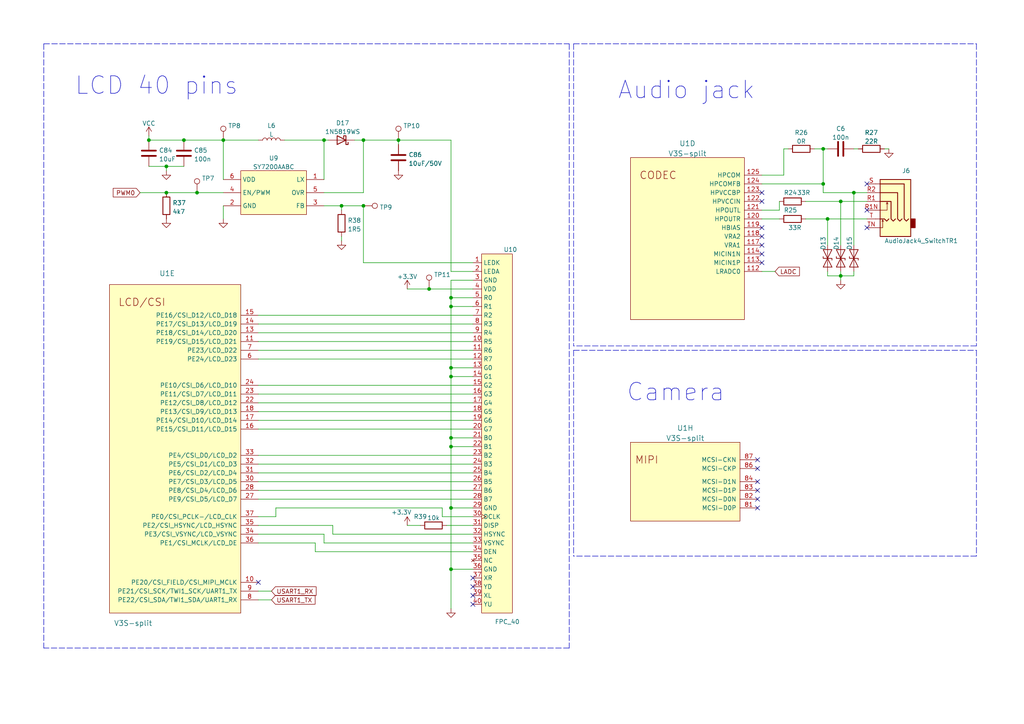
<source format=kicad_sch>
(kicad_sch (version 20211123) (generator eeschema)

  (uuid 2fdd38e2-336b-4d70-9724-e8f109edc303)

  (paper "A4")

  (title_block
    (title "OzzyBoard")
    (date "2023-03-07")
    (rev "0.9")
  )

  (lib_symbols
    (symbol "Allwinner:V3S-split" (pin_names (offset 1.016)) (in_bom yes) (on_board yes)
      (property "Reference" "U1" (id 0) (at -2.54 68.879 0)
        (effects (font (size 1.4986 1.4986)) (justify right top))
      )
      (property "Value" "V3S-split" (id 1) (at -20.32 -34.29 0)
        (effects (font (size 1.4986 1.4986)) (justify left bottom))
      )
      (property "Footprint" "Allwinner:V3s-ELQFP-128" (id 2) (at -2.54 -50.8 0)
        (effects (font (size 1.27 1.27)) hide)
      )
      (property "Datasheet" "" (id 3) (at 37.5513 76.0809 0)
        (effects (font (size 1.27 1.27)) hide)
      )
      (property "ki_locked" "" (id 4) (at 0 0 0)
        (effects (font (size 1.27 1.27)))
      )
      (symbol "V3S-split_1_0"
        (text "Power" (at -16.51 60.96 0)
          (effects (font (size 2.159 2.159)) (justify left bottom))
        )
        (pin power_in line (at 19.05 33.02 180) (length 5.08)
          (name "VCC-IO0" (effects (font (size 1.27 1.27))))
          (number "104" (effects (font (size 1.27 1.27))))
        )
        (pin power_in line (at 19.05 49.53 180) (length 5.08)
          (name "VDD-SYS1" (effects (font (size 1.27 1.27))))
          (number "108" (effects (font (size 1.27 1.27))))
        )
        (pin power_in line (at -22.86 31.75 0) (length 5.08)
          (name "AVCC" (effects (font (size 1.27 1.27))))
          (number "115" (effects (font (size 1.27 1.27))))
        )
        (pin power_in line (at -22.86 29.21 0) (length 5.08)
          (name "AGND" (effects (font (size 1.27 1.27))))
          (number "116" (effects (font (size 1.27 1.27))))
        )
        (pin power_in line (at 19.05 -5.08 180) (length 5.08)
          (name "VCC-PE0" (effects (font (size 1.27 1.27))))
          (number "12" (effects (font (size 1.27 1.27))))
        )
        (pin power_in line (at 19.05 46.99 180) (length 5.08)
          (name "VDD-SYS2" (effects (font (size 1.27 1.27))))
          (number "126" (effects (font (size 1.27 1.27))))
        )
        (pin power_in line (at 19.05 30.48 180) (length 5.08)
          (name "VCC-IO1" (effects (font (size 1.27 1.27))))
          (number "127" (effects (font (size 1.27 1.27))))
        )
        (pin power_in line (at 19.05 44.45 180) (length 5.08)
          (name "VDD-SYS3" (effects (font (size 1.27 1.27))))
          (number "19" (effects (font (size 1.27 1.27))))
        )
        (pin power_in line (at -22.86 49.53 0) (length 5.08)
          (name "VDD-CPU3" (effects (font (size 1.27 1.27))))
          (number "20" (effects (font (size 1.27 1.27))))
        )
        (pin power_in line (at -22.86 52.07 0) (length 5.08)
          (name "VDD-CPU2" (effects (font (size 1.27 1.27))))
          (number "21" (effects (font (size 1.27 1.27))))
        )
        (pin power_in line (at -22.86 54.61 0) (length 5.08)
          (name "VDD-CPU1" (effects (font (size 1.27 1.27))))
          (number "25" (effects (font (size 1.27 1.27))))
        )
        (pin power_in line (at -22.86 57.15 0) (length 5.08)
          (name "VDD-CPU0" (effects (font (size 1.27 1.27))))
          (number "26" (effects (font (size 1.27 1.27))))
        )
        (pin power_in line (at 19.05 -7.62 180) (length 5.08)
          (name "VCC-PE1" (effects (font (size 1.27 1.27))))
          (number "29" (effects (font (size 1.27 1.27))))
        )
        (pin power_in line (at -22.86 46.99 0) (length 5.08)
          (name "VDD-CPU4" (effects (font (size 1.27 1.27))))
          (number "38" (effects (font (size 1.27 1.27))))
        )
        (pin power_in line (at -22.86 44.45 0) (length 5.08)
          (name "VDD-CPU5" (effects (font (size 1.27 1.27))))
          (number "47" (effects (font (size 1.27 1.27))))
        )
        (pin power_in line (at 19.05 25.4 180) (length 5.08)
          (name "VCC-IO3" (effects (font (size 1.27 1.27))))
          (number "50" (effects (font (size 1.27 1.27))))
        )
        (pin power_in line (at -22.86 41.91 0) (length 5.08)
          (name "VDD-CPU6" (effects (font (size 1.27 1.27))))
          (number "51" (effects (font (size 1.27 1.27))))
        )
        (pin power_in line (at -22.86 39.37 0) (length 5.08)
          (name "VDD-CPU7" (effects (font (size 1.27 1.27))))
          (number "56" (effects (font (size 1.27 1.27))))
        )
        (pin power_in line (at 19.05 27.94 180) (length 5.08)
          (name "VCC-IO2" (effects (font (size 1.27 1.27))))
          (number "57" (effects (font (size 1.27 1.27))))
        )
        (pin power_in line (at 19.05 41.91 180) (length 5.08)
          (name "VDD-SYS4" (effects (font (size 1.27 1.27))))
          (number "58" (effects (font (size 1.27 1.27))))
        )
        (pin power_in line (at -22.86 -30.48 0) (length 5.08)
          (name "VCC-DRAM8" (effects (font (size 1.27 1.27))))
          (number "59" (effects (font (size 1.27 1.27))))
        )
        (pin power_in line (at -22.86 -33.02 0) (length 5.08)
          (name "VCC-DRAM9" (effects (font (size 1.27 1.27))))
          (number "60" (effects (font (size 1.27 1.27))))
        )
        (pin power_in line (at -22.86 -35.56 0) (length 5.08)
          (name "VCC-DRAM10" (effects (font (size 1.27 1.27))))
          (number "61" (effects (font (size 1.27 1.27))))
        )
        (pin power_in line (at -22.86 -38.1 0) (length 5.08)
          (name "VCC-DRAM11" (effects (font (size 1.27 1.27))))
          (number "62" (effects (font (size 1.27 1.27))))
        )
        (pin passive line (at -22.86 20.32 0) (length 5.08)
          (name "SVREF1" (effects (font (size 1.27 1.27))))
          (number "63" (effects (font (size 1.27 1.27))))
        )
        (pin power_in line (at 19.05 39.37 180) (length 5.08)
          (name "VDD-SYS5" (effects (font (size 1.27 1.27))))
          (number "64" (effects (font (size 1.27 1.27))))
        )
        (pin power_in line (at -22.86 -10.16 0) (length 5.08)
          (name "VCC-DRAM0" (effects (font (size 1.27 1.27))))
          (number "65" (effects (font (size 1.27 1.27))))
        )
        (pin power_in line (at -22.86 -12.7 0) (length 5.08)
          (name "VCC-DRAM1" (effects (font (size 1.27 1.27))))
          (number "66" (effects (font (size 1.27 1.27))))
        )
        (pin power_in line (at -22.86 -15.24 0) (length 5.08)
          (name "VCC-DRAM2" (effects (font (size 1.27 1.27))))
          (number "67" (effects (font (size 1.27 1.27))))
        )
        (pin power_in line (at -22.86 -17.78 0) (length 5.08)
          (name "VCC-DRAM3" (effects (font (size 1.27 1.27))))
          (number "68" (effects (font (size 1.27 1.27))))
        )
        (pin power_in line (at -22.86 -20.32 0) (length 5.08)
          (name "VCC-DRAM4" (effects (font (size 1.27 1.27))))
          (number "69" (effects (font (size 1.27 1.27))))
        )
        (pin power_in line (at -22.86 -22.86 0) (length 5.08)
          (name "VCC-DRAM5" (effects (font (size 1.27 1.27))))
          (number "70" (effects (font (size 1.27 1.27))))
        )
        (pin passive line (at -22.86 22.86 0) (length 5.08)
          (name "SVREF0" (effects (font (size 1.27 1.27))))
          (number "71" (effects (font (size 1.27 1.27))))
        )
        (pin power_in line (at -22.86 -25.4 0) (length 5.08)
          (name "VCC-DRAM6" (effects (font (size 1.27 1.27))))
          (number "72" (effects (font (size 1.27 1.27))))
        )
        (pin passive line (at 19.05 -12.7 180) (length 5.08)
          (name "SZQ" (effects (font (size 1.27 1.27))))
          (number "73" (effects (font (size 1.27 1.27))))
        )
        (pin power_in line (at 19.05 3.81 180) (length 5.08)
          (name "VCC-PLL" (effects (font (size 1.27 1.27))))
          (number "76" (effects (font (size 1.27 1.27))))
        )
        (pin power_in line (at -22.86 -27.94 0) (length 5.08)
          (name "VCC-DRAM7" (effects (font (size 1.27 1.27))))
          (number "79" (effects (font (size 1.27 1.27))))
        )
        (pin power_in line (at 19.05 52.07 180) (length 5.08)
          (name "VDD-SYS0" (effects (font (size 1.27 1.27))))
          (number "80" (effects (font (size 1.27 1.27))))
        )
        (pin input line (at 19.05 6.35 180) (length 5.08)
          (name "VCC-MCSI" (effects (font (size 1.27 1.27))))
          (number "85" (effects (font (size 1.27 1.27))))
        )
        (pin passive line (at -22.86 2.54 0) (length 5.08)
          (name "EPHY-VDD" (effects (font (size 1.27 1.27))))
          (number "88" (effects (font (size 1.27 1.27))))
        )
        (pin passive line (at -22.86 5.08 0) (length 5.08)
          (name "EPHY-VCC" (effects (font (size 1.27 1.27))))
          (number "93" (effects (font (size 1.27 1.27))))
        )
        (pin passive line (at 19.05 13.97 180) (length 5.08)
          (name "RTC-VIO" (effects (font (size 1.27 1.27))))
          (number "97" (effects (font (size 1.27 1.27))))
        )
        (pin power_in line (at 19.05 16.51 180) (length 5.08)
          (name "VCC-RTC" (effects (font (size 1.27 1.27))))
          (number "98" (effects (font (size 1.27 1.27))))
        )
        (pin input inverted (at 19.05 62.23 180) (length 5.08)
          (name "RESET" (effects (font (size 1.27 1.27))))
          (number "99" (effects (font (size 1.27 1.27))))
        )
        (pin power_in line (at 19.05 -38.1 180) (length 5.08)
          (name "EGND" (effects (font (size 1.27 1.27))))
          (number "GND$1" (effects (font (size 0 0))))
        )
        (pin power_in line (at 19.05 -35.56 180) (length 5.08)
          (name "EGND" (effects (font (size 1.27 1.27))))
          (number "GND$2" (effects (font (size 0 0))))
        )
        (pin power_in line (at 19.05 -33.02 180) (length 5.08)
          (name "EGND" (effects (font (size 1.27 1.27))))
          (number "GND$3" (effects (font (size 0 0))))
        )
        (pin power_in line (at 19.05 -30.48 180) (length 5.08)
          (name "EGND" (effects (font (size 1.27 1.27))))
          (number "GND$4" (effects (font (size 0 0))))
        )
        (pin power_in line (at 19.05 -27.94 180) (length 5.08)
          (name "EGND" (effects (font (size 1.27 1.27))))
          (number "GND$5" (effects (font (size 0 0))))
        )
        (pin power_in line (at 19.05 -25.4 180) (length 5.08)
          (name "EGND" (effects (font (size 1.27 1.27))))
          (number "GND$6" (effects (font (size 0 0))))
        )
        (pin power_in line (at 19.05 -22.86 180) (length 5.08)
          (name "EGND" (effects (font (size 1.27 1.27))))
          (number "GND$7" (effects (font (size 0 0))))
        )
        (pin power_in line (at 19.05 -20.32 180) (length 5.08)
          (name "EGND" (effects (font (size 1.27 1.27))))
          (number "GND$8" (effects (font (size 0 0))))
        )
        (pin power_in line (at 19.05 -17.78 180) (length 5.08)
          (name "EGND" (effects (font (size 1.27 1.27))))
          (number "GND$9" (effects (font (size 0 0))))
        )
      )
      (symbol "V3S-split_1_1"
        (rectangle (start -17.78 66.04) (end 13.97 -45.72)
          (stroke (width 0.1524) (type default) (color 0 0 0 0))
          (fill (type background))
        )
      )
      (symbol "V3S-split_2_0"
        (text "SDC0/UART0" (at -16.51 55.88 0)
          (effects (font (size 2.159 2.159)) (justify left bottom))
        )
        (pin bidirectional line (at 19.05 31.75 180) (length 5.08)
          (name "PF6" (effects (font (size 1.27 1.27))))
          (number "100" (effects (font (size 1.27 1.27))))
        )
        (pin bidirectional line (at 19.05 46.99 180) (length 5.08)
          (name "PF5/SDC0_D2/JTAG_CK1" (effects (font (size 1.27 1.27))))
          (number "101" (effects (font (size 1.27 1.27))))
        )
        (pin bidirectional line (at 19.05 44.45 180) (length 5.08)
          (name "PF4/SDC0_D3/UART0_RX" (effects (font (size 1.27 1.27))))
          (number "102" (effects (font (size 1.27 1.27))))
        )
        (pin bidirectional line (at 19.05 39.37 180) (length 5.08)
          (name "PF3/SDC0_CMD/JTAG_DO1" (effects (font (size 1.27 1.27))))
          (number "103" (effects (font (size 1.27 1.27))))
        )
        (pin bidirectional line (at 19.05 36.83 180) (length 5.08)
          (name "PF2/SDC0_CLK/UART0_TX" (effects (font (size 1.27 1.27))))
          (number "105" (effects (font (size 1.27 1.27))))
        )
        (pin bidirectional line (at 19.05 52.07 180) (length 5.08)
          (name "PF1/SDC0_D0/JTAG_DI1" (effects (font (size 1.27 1.27))))
          (number "106" (effects (font (size 1.27 1.27))))
        )
        (pin bidirectional line (at 19.05 49.53 180) (length 5.08)
          (name "PF0/SDC0_D1/JTAG_MS1" (effects (font (size 1.27 1.27))))
          (number "107" (effects (font (size 1.27 1.27))))
        )
      )
      (symbol "V3S-split_2_1"
        (rectangle (start -17.78 64.77) (end 13.97 27.94)
          (stroke (width 0.1524) (type default) (color 0 0 0 0))
          (fill (type background))
        )
      )
      (symbol "V3S-split_3_0"
        (text "PG/SDC1" (at -10.16 58.42 0)
          (effects (font (size 2.159 2.159)) (justify left bottom))
        )
        (pin bidirectional line (at 19.05 44.45 180) (length 5.08)
          (name "PG4/SDC1_D2/PG_EINT4" (effects (font (size 1.27 1.27))))
          (number "1" (effects (font (size 1.27 1.27))))
        )
        (pin bidirectional line (at 19.05 41.91 180) (length 5.08)
          (name "PG5/SDC1_D3/PG_EINT5" (effects (font (size 1.27 1.27))))
          (number "128" (effects (font (size 1.27 1.27))))
        )
        (pin bidirectional line (at 19.05 46.99 180) (length 5.08)
          (name "PG3/SDC1_D1/PG_EINT3" (effects (font (size 1.27 1.27))))
          (number "2" (effects (font (size 1.27 1.27))))
        )
        (pin bidirectional line (at 19.05 49.53 180) (length 5.08)
          (name "PG2/SDC1_D0/PG_EINT2" (effects (font (size 1.27 1.27))))
          (number "3" (effects (font (size 1.27 1.27))))
        )
        (pin bidirectional line (at 19.05 52.07 180) (length 5.08)
          (name "PG1/SDC1_CMD/PG_EINT1" (effects (font (size 1.27 1.27))))
          (number "4" (effects (font (size 1.27 1.27))))
        )
        (pin bidirectional line (at 19.05 54.61 180) (length 5.08)
          (name "PG0/SDC1_CLK/PG_EINT0" (effects (font (size 1.27 1.27))))
          (number "5" (effects (font (size 1.27 1.27))))
        )
      )
      (symbol "V3S-split_3_1"
        (rectangle (start -17.78 64.77) (end 13.97 38.1)
          (stroke (width 0.1524) (type default) (color 0 0 0 0))
          (fill (type background))
        )
      )
      (symbol "V3S-split_4_0"
        (text "CODEC" (at -15.24 58.42 0)
          (effects (font (size 2.159 2.159)) (justify left bottom))
        )
        (pin passive line (at 20.32 31.75 180) (length 5.08)
          (name "LRADC0" (effects (font (size 1.27 1.27))))
          (number "112" (effects (font (size 1.27 1.27))))
        )
        (pin passive line (at 20.32 34.29 180) (length 5.08)
          (name "MICIN1P" (effects (font (size 1.27 1.27))))
          (number "113" (effects (font (size 1.27 1.27))))
        )
        (pin passive line (at 20.32 36.83 180) (length 5.08)
          (name "MICIN1N" (effects (font (size 1.27 1.27))))
          (number "114" (effects (font (size 1.27 1.27))))
        )
        (pin power_out line (at 20.32 39.37 180) (length 5.08)
          (name "VRA1" (effects (font (size 1.27 1.27))))
          (number "117" (effects (font (size 1.27 1.27))))
        )
        (pin power_out line (at 20.32 41.91 180) (length 5.08)
          (name "VRA2" (effects (font (size 1.27 1.27))))
          (number "118" (effects (font (size 1.27 1.27))))
        )
        (pin passive line (at 20.32 44.45 180) (length 5.08)
          (name "HBIAS" (effects (font (size 1.27 1.27))))
          (number "119" (effects (font (size 1.27 1.27))))
        )
        (pin passive line (at 20.32 46.99 180) (length 5.08)
          (name "HPOUTR" (effects (font (size 1.27 1.27))))
          (number "120" (effects (font (size 1.27 1.27))))
        )
        (pin passive line (at 20.32 49.53 180) (length 5.08)
          (name "HPOUTL" (effects (font (size 1.27 1.27))))
          (number "121" (effects (font (size 1.27 1.27))))
        )
        (pin power_in line (at 20.32 52.07 180) (length 5.08)
          (name "HPVCCIN" (effects (font (size 1.27 1.27))))
          (number "122" (effects (font (size 1.27 1.27))))
        )
        (pin power_out line (at 20.32 54.61 180) (length 5.08)
          (name "HPVCCBP" (effects (font (size 1.27 1.27))))
          (number "123" (effects (font (size 1.27 1.27))))
        )
        (pin passive line (at 20.32 57.15 180) (length 5.08)
          (name "HPCOMFB" (effects (font (size 1.27 1.27))))
          (number "124" (effects (font (size 1.27 1.27))))
        )
        (pin passive line (at 20.32 59.69 180) (length 5.08)
          (name "HPCOM" (effects (font (size 1.27 1.27))))
          (number "125" (effects (font (size 1.27 1.27))))
        )
      )
      (symbol "V3S-split_4_1"
        (rectangle (start -17.78 64.77) (end 15.24 17.78)
          (stroke (width 0.1524) (type default) (color 0 0 0 0))
          (fill (type background))
        )
      )
      (symbol "V3S-split_5_0"
        (text "LCD/CSI" (at -19.05 58.42 0)
          (effects (font (size 2.159 2.159)) (justify left bottom))
        )
        (pin bidirectional line (at 21.59 -21.59 180) (length 5.08)
          (name "PE20/CSI_FIELD/CSI_MIPI_MCLK" (effects (font (size 1.27 1.27))))
          (number "10" (effects (font (size 1.27 1.27))))
        )
        (pin bidirectional line (at 21.59 48.26 180) (length 5.08)
          (name "PE19/CSI_D15/LCD_D21" (effects (font (size 1.27 1.27))))
          (number "11" (effects (font (size 1.27 1.27))))
        )
        (pin bidirectional line (at 21.59 50.8 180) (length 5.08)
          (name "PE18/CSI_D14/LCD_D20" (effects (font (size 1.27 1.27))))
          (number "13" (effects (font (size 1.27 1.27))))
        )
        (pin bidirectional line (at 21.59 53.34 180) (length 5.08)
          (name "PE17/CSI_D13/LCD_D19" (effects (font (size 1.27 1.27))))
          (number "14" (effects (font (size 1.27 1.27))))
        )
        (pin bidirectional line (at 21.59 55.88 180) (length 5.08)
          (name "PE16/CSI_D12/LCD_D18" (effects (font (size 1.27 1.27))))
          (number "15" (effects (font (size 1.27 1.27))))
        )
        (pin bidirectional line (at 21.59 22.86 180) (length 5.08)
          (name "PE15/CSI_D11/LCD_D15" (effects (font (size 1.27 1.27))))
          (number "16" (effects (font (size 1.27 1.27))))
        )
        (pin bidirectional line (at 21.59 25.4 180) (length 5.08)
          (name "PE14/CSI_D10/LCD_D14" (effects (font (size 1.27 1.27))))
          (number "17" (effects (font (size 1.27 1.27))))
        )
        (pin bidirectional line (at 21.59 27.94 180) (length 5.08)
          (name "PE13/CSI_D9/LCD_D13" (effects (font (size 1.27 1.27))))
          (number "18" (effects (font (size 1.27 1.27))))
        )
        (pin bidirectional line (at 21.59 30.48 180) (length 5.08)
          (name "PE12/CSI_D8/LCD_D12" (effects (font (size 1.27 1.27))))
          (number "22" (effects (font (size 1.27 1.27))))
        )
        (pin bidirectional line (at 21.59 33.02 180) (length 5.08)
          (name "PE11/CSI_D7/LCD_D11" (effects (font (size 1.27 1.27))))
          (number "23" (effects (font (size 1.27 1.27))))
        )
        (pin bidirectional line (at 21.59 35.56 180) (length 5.08)
          (name "PE10/CSI_D6/LCD_D10" (effects (font (size 1.27 1.27))))
          (number "24" (effects (font (size 1.27 1.27))))
        )
        (pin bidirectional line (at 21.59 2.54 180) (length 5.08)
          (name "PE9/CSI_D5/LCD_D7" (effects (font (size 1.27 1.27))))
          (number "27" (effects (font (size 1.27 1.27))))
        )
        (pin bidirectional line (at 21.59 5.08 180) (length 5.08)
          (name "PE8/CSI_D4/LCD_D6" (effects (font (size 1.27 1.27))))
          (number "28" (effects (font (size 1.27 1.27))))
        )
        (pin bidirectional line (at 21.59 7.62 180) (length 5.08)
          (name "PE7/CSI_D3/LCD_D5" (effects (font (size 1.27 1.27))))
          (number "30" (effects (font (size 1.27 1.27))))
        )
        (pin bidirectional line (at 21.59 10.16 180) (length 5.08)
          (name "PE6/CSI_D2/LCD_D4" (effects (font (size 1.27 1.27))))
          (number "31" (effects (font (size 1.27 1.27))))
        )
        (pin bidirectional line (at 21.59 12.7 180) (length 5.08)
          (name "PE5/CSI_D1/LCD_D3" (effects (font (size 1.27 1.27))))
          (number "32" (effects (font (size 1.27 1.27))))
        )
        (pin bidirectional line (at 21.59 15.24 180) (length 5.08)
          (name "PE4/CSI_D0/LCD_D2" (effects (font (size 1.27 1.27))))
          (number "33" (effects (font (size 1.27 1.27))))
        )
        (pin bidirectional line (at 21.59 -7.62 180) (length 5.08)
          (name "PE3/CSI_VSYNC/LCD_VSYNC" (effects (font (size 1.27 1.27))))
          (number "34" (effects (font (size 1.27 1.27))))
        )
        (pin bidirectional line (at 21.59 -5.08 180) (length 5.08)
          (name "PE2/CSI_HSYNC/LCD_HSYNC" (effects (font (size 1.27 1.27))))
          (number "35" (effects (font (size 1.27 1.27))))
        )
        (pin bidirectional line (at 21.59 -10.16 180) (length 5.08)
          (name "PE1/CSI_MCLK/LCD_DE" (effects (font (size 1.27 1.27))))
          (number "36" (effects (font (size 1.27 1.27))))
        )
        (pin bidirectional line (at 21.59 -2.54 180) (length 5.08)
          (name "PE0/CSI_PCLK-/LCD_CLK" (effects (font (size 1.27 1.27))))
          (number "37" (effects (font (size 1.27 1.27))))
        )
        (pin bidirectional line (at 21.59 43.18 180) (length 5.08)
          (name "PE24/LCD_D23" (effects (font (size 1.27 1.27))))
          (number "6" (effects (font (size 1.27 1.27))))
        )
        (pin bidirectional line (at 21.59 45.72 180) (length 5.08)
          (name "PE23/LCD_D22" (effects (font (size 1.27 1.27))))
          (number "7" (effects (font (size 1.27 1.27))))
        )
        (pin bidirectional line (at 21.59 -26.67 180) (length 5.08)
          (name "PE22/CSI_SDA/TWI1_SDA/UART1_RX" (effects (font (size 1.27 1.27))))
          (number "8" (effects (font (size 1.27 1.27))))
        )
        (pin bidirectional line (at 21.59 -24.13 180) (length 5.08)
          (name "PE21/CSI_SCK/TWI1_SCK/UART1_TX" (effects (font (size 1.27 1.27))))
          (number "9" (effects (font (size 1.27 1.27))))
        )
      )
      (symbol "V3S-split_5_1"
        (rectangle (start -21.59 64.77) (end 16.51 -30.48)
          (stroke (width 0.1524) (type default) (color 0 0 0 0))
          (fill (type background))
        )
      )
      (symbol "V3S-split_6_0"
        (text "USB" (at -16.51 58.42 0)
          (effects (font (size 2.159 2.159)) (justify left bottom))
        )
        (pin power_in line (at 19.05 53.34 180) (length 5.08)
          (name "VCC-USB" (effects (font (size 1.27 1.27))))
          (number "109" (effects (font (size 1.27 1.27))))
        )
        (pin passive line (at 19.05 55.88 180) (length 5.08)
          (name "USB-DM" (effects (font (size 1.27 1.27))))
          (number "110" (effects (font (size 1.27 1.27))))
        )
        (pin passive line (at 19.05 58.42 180) (length 5.08)
          (name "USB-DP" (effects (font (size 1.27 1.27))))
          (number "111" (effects (font (size 1.27 1.27))))
        )
      )
      (symbol "V3S-split_6_1"
        (rectangle (start -17.78 64.77) (end 13.97 48.26)
          (stroke (width 0.1524) (type default) (color 0 0 0 0))
          (fill (type background))
        )
      )
      (symbol "V3S-split_7_0"
        (text "RTC" (at -16.51 58.42 0)
          (effects (font (size 2.159 2.159)) (justify left bottom))
        )
        (pin passive line (at 19.05 57.15 180) (length 5.08)
          (name "X32KOUT" (effects (font (size 1.27 1.27))))
          (number "95" (effects (font (size 1.27 1.27))))
        )
        (pin passive line (at 19.05 59.69 180) (length 5.08)
          (name "X32KIN" (effects (font (size 1.27 1.27))))
          (number "96" (effects (font (size 1.27 1.27))))
        )
      )
      (symbol "V3S-split_7_1"
        (rectangle (start -17.78 64.77) (end 13.97 53.34)
          (stroke (width 0.1524) (type default) (color 0 0 0 0))
          (fill (type background))
        )
      )
      (symbol "V3S-split_8_0"
        (rectangle (start -17.78 64.77) (end 13.97 41.91)
          (stroke (width 0.1524) (type default) (color 0 0 0 0))
          (fill (type background))
        )
        (text "MIPI" (at -16.51 58.42 0)
          (effects (font (size 2.159 2.159)) (justify left bottom))
        )
        (pin input line (at 19.05 45.72 180) (length 5.08)
          (name "MCSI-D0P" (effects (font (size 1.27 1.27))))
          (number "81" (effects (font (size 1.27 1.27))))
        )
        (pin input line (at 19.05 48.26 180) (length 5.08)
          (name "MCSI-D0N" (effects (font (size 1.27 1.27))))
          (number "82" (effects (font (size 1.27 1.27))))
        )
        (pin input line (at 19.05 50.8 180) (length 5.08)
          (name "MCSI-D1P" (effects (font (size 1.27 1.27))))
          (number "83" (effects (font (size 1.27 1.27))))
        )
        (pin input line (at 19.05 53.34 180) (length 5.08)
          (name "MCSI-D1N" (effects (font (size 1.27 1.27))))
          (number "84" (effects (font (size 1.27 1.27))))
        )
        (pin output line (at 19.05 57.15 180) (length 5.08)
          (name "MCSI-CKP" (effects (font (size 1.27 1.27))))
          (number "86" (effects (font (size 1.27 1.27))))
        )
        (pin output line (at 19.05 59.69 180) (length 5.08)
          (name "MCSI-CKN" (effects (font (size 1.27 1.27))))
          (number "87" (effects (font (size 1.27 1.27))))
        )
      )
      (symbol "V3S-split_9_0"
        (rectangle (start -17.78 64.77) (end 13.97 44.45)
          (stroke (width 0.1524) (type default) (color 0 0 0 0))
          (fill (type background))
        )
        (text "SPI" (at -15.24 58.42 0)
          (effects (font (size 2.159 2.159)) (justify left bottom))
        )
        (pin bidirectional line (at 19.05 48.26 180) (length 5.08)
          (name "PC0/SDC2_CLK/SPI_MISO" (effects (font (size 1.27 1.27))))
          (number "52" (effects (font (size 1.27 1.27))))
        )
        (pin bidirectional line (at 19.05 50.8 180) (length 5.08)
          (name "PC1/SDC2_CMD/SPI_CLK" (effects (font (size 1.27 1.27))))
          (number "53" (effects (font (size 1.27 1.27))))
        )
        (pin bidirectional line (at 19.05 53.34 180) (length 5.08)
          (name "PC2/SDC2_RST/SPI_CS" (effects (font (size 1.27 1.27))))
          (number "54" (effects (font (size 1.27 1.27))))
        )
        (pin bidirectional line (at 19.05 55.88 180) (length 5.08)
          (name "PC3/SDC2_D0/SPI_MOSI" (effects (font (size 1.27 1.27))))
          (number "55" (effects (font (size 1.27 1.27))))
        )
      )
      (symbol "V3S-split_10_0"
        (rectangle (start -17.78 64.77) (end 13.97 53.34)
          (stroke (width 0.1524) (type default) (color 0 0 0 0))
          (fill (type background))
        )
        (text "SYSCLK" (at -16.51 59.69 0)
          (effects (font (size 2.159 2.159)) (justify left bottom))
        )
        (pin passive line (at 19.05 55.88 180) (length 5.08)
          (name "X24MOUT" (effects (font (size 1.27 1.27))))
          (number "74" (effects (font (size 1.27 1.27))))
        )
        (pin passive line (at 19.05 58.42 180) (length 5.08)
          (name "X24MIN" (effects (font (size 1.27 1.27))))
          (number "75" (effects (font (size 1.27 1.27))))
        )
      )
      (symbol "V3S-split_11_0"
        (rectangle (start -22.86 64.77) (end 15.24 10.16)
          (stroke (width 0.1524) (type default) (color 0 0 0 0))
          (fill (type background))
        )
        (text "PWM0/1" (at -21.59 39.37 0)
          (effects (font (size 2.159 2.159)) (justify left bottom))
        )
        (text "TWI0/1" (at -21.59 27.94 0)
          (effects (font (size 2.159 2.159)) (justify left bottom))
        )
        (text "UART2" (at -21.59 57.15 0)
          (effects (font (size 2.159 2.159)) (justify left bottom))
        )
        (pin bidirectional line (at 20.32 46.99 180) (length 5.08)
          (name "PB0/UART2_TX/PB_EINT0" (effects (font (size 1.27 1.27))))
          (number "39" (effects (font (size 1.27 1.27))))
        )
        (pin bidirectional line (at 20.32 49.53 180) (length 5.08)
          (name "PB1/UART2_RX/PB_EINT1" (effects (font (size 1.27 1.27))))
          (number "40" (effects (font (size 1.27 1.27))))
        )
        (pin bidirectional line (at 20.32 52.07 180) (length 5.08)
          (name "PB2/UART2_RTS/PB_EINT2" (effects (font (size 1.27 1.27))))
          (number "41" (effects (font (size 1.27 1.27))))
        )
        (pin bidirectional line (at 20.32 54.61 180) (length 5.08)
          (name "PB3/UART2_CTS/PB_EINT3" (effects (font (size 1.27 1.27))))
          (number "42" (effects (font (size 1.27 1.27))))
        )
        (pin bidirectional line (at 20.32 34.29 180) (length 5.08)
          (name "PB4/PWM0/PB_EINT4" (effects (font (size 1.27 1.27))))
          (number "43" (effects (font (size 1.27 1.27))))
        )
        (pin bidirectional line (at 20.32 36.83 180) (length 5.08)
          (name "PB5/PWM1/PB_EINT5" (effects (font (size 1.27 1.27))))
          (number "44" (effects (font (size 1.27 1.27))))
        )
        (pin bidirectional line (at 20.32 15.24 180) (length 5.08)
          (name "PB6/TWI0_SCK/PB_EINT6" (effects (font (size 1.27 1.27))))
          (number "45" (effects (font (size 1.27 1.27))))
        )
        (pin bidirectional line (at 20.32 17.78 180) (length 5.08)
          (name "PB7/TWI0_SDA/PB_EINT7" (effects (font (size 1.27 1.27))))
          (number "46" (effects (font (size 1.27 1.27))))
        )
        (pin bidirectional line (at 20.32 22.86 180) (length 5.08)
          (name "PB8/TWI1_SCK/UART0_TX/PB_EINT8" (effects (font (size 1.27 1.27))))
          (number "48" (effects (font (size 1.27 1.27))))
        )
        (pin bidirectional line (at 20.32 25.4 180) (length 5.08)
          (name "PB9/TWI1_SDA/UART0_RX/PB_EINT9" (effects (font (size 1.27 1.27))))
          (number "49" (effects (font (size 1.27 1.27))))
        )
      )
      (symbol "V3S-split_12_0"
        (rectangle (start -17.78 64.77) (end 13.97 36.83)
          (stroke (width 0.1524) (type default) (color 0 0 0 0))
          (fill (type background))
        )
        (text "EPHY" (at -15.24 59.69 0)
          (effects (font (size 2.159 2.159)) (justify left bottom))
        )
        (pin passive line (at 19.05 40.64 180) (length 5.08)
          (name "EPHY-LINK-LED" (effects (font (size 1.27 1.27))))
          (number "77" (effects (font (size 1.27 1.27))))
        )
        (pin passive line (at 19.05 43.18 180) (length 5.08)
          (name "EPHY-SPD-LED" (effects (font (size 1.27 1.27))))
          (number "78" (effects (font (size 1.27 1.27))))
        )
        (pin passive line (at 19.05 48.26 180) (length 5.08)
          (name "EPHY-RXN" (effects (font (size 1.27 1.27))))
          (number "89" (effects (font (size 1.27 1.27))))
        )
        (pin passive line (at 19.05 50.8 180) (length 5.08)
          (name "EPHY-RXP" (effects (font (size 1.27 1.27))))
          (number "90" (effects (font (size 1.27 1.27))))
        )
        (pin passive line (at 19.05 53.34 180) (length 5.08)
          (name "EPHY-TXN" (effects (font (size 1.27 1.27))))
          (number "91" (effects (font (size 1.27 1.27))))
        )
        (pin passive line (at 19.05 55.88 180) (length 5.08)
          (name "EPHY-TXP" (effects (font (size 1.27 1.27))))
          (number "92" (effects (font (size 1.27 1.27))))
        )
        (pin passive line (at 19.05 58.42 180) (length 5.08)
          (name "EPHY-RTX" (effects (font (size 1.27 1.27))))
          (number "94" (effects (font (size 1.27 1.27))))
        )
      )
    )
    (symbol "Connector:AudioJack4_SwitchTR1" (in_bom yes) (on_board yes)
      (property "Reference" "J" (id 0) (at 0 11.43 0)
        (effects (font (size 1.27 1.27)))
      )
      (property "Value" "AudioJack4_SwitchTR1" (id 1) (at 0 8.89 0)
        (effects (font (size 1.27 1.27)))
      )
      (property "Footprint" "" (id 2) (at -1.27 0 0)
        (effects (font (size 1.27 1.27)) hide)
      )
      (property "Datasheet" "~" (id 3) (at -1.27 0 0)
        (effects (font (size 1.27 1.27)) hide)
      )
      (property "ki_keywords" "audio jack receptacle stereo headphones phones TRS connector" (id 4) (at 0 0 0)
        (effects (font (size 1.27 1.27)) hide)
      )
      (property "ki_description" "Audio Jack, 4 Poles (Stereo / TRRS), Switched TR1 Poles (Normalling)" (id 5) (at 0 0 0)
        (effects (font (size 1.27 1.27)) hide)
      )
      (property "ki_fp_filters" "Jack*" (id 6) (at 0 0 0)
        (effects (font (size 1.27 1.27)) hide)
      )
      (symbol "AudioJack4_SwitchTR1_0_1"
        (rectangle (start -7.62 -5.08) (end -8.89 -7.62)
          (stroke (width 0.254) (type default) (color 0 0 0 0))
          (fill (type outline))
        )
        (polyline
          (pts
            (xy 1.27 -5.08)
            (xy 2.54 -5.08)
          )
          (stroke (width 0) (type default) (color 0 0 0 0))
          (fill (type none))
        )
        (polyline
          (pts
            (xy 1.27 2.54)
            (xy 2.54 2.54)
          )
          (stroke (width 0) (type default) (color 0 0 0 0))
          (fill (type none))
        )
        (polyline
          (pts
            (xy 2.54 0)
            (xy 1.27 0)
          )
          (stroke (width 0) (type default) (color 0 0 0 0))
          (fill (type none))
        )
        (polyline
          (pts
            (xy 2.54 5.08)
            (xy 1.27 5.08)
          )
          (stroke (width 0) (type default) (color 0 0 0 0))
          (fill (type none))
        )
        (rectangle (start 1.27 6.35) (end -7.62 -10.16)
          (stroke (width 0.254) (type default) (color 0 0 0 0))
          (fill (type background))
        )
      )
      (symbol "AudioJack4_SwitchTR1_1_1"
        (polyline
          (pts
            (xy -0.762 -0.254)
            (xy -0.508 -0.762)
          )
          (stroke (width 0) (type default) (color 0 0 0 0))
          (fill (type none))
        )
        (polyline
          (pts
            (xy 0.508 -5.334)
            (xy 0.762 -5.842)
          )
          (stroke (width 0) (type default) (color 0 0 0 0))
          (fill (type none))
        )
        (polyline
          (pts
            (xy -1.27 -5.08)
            (xy -0.635 -5.715)
            (xy 0 -5.08)
            (xy 1.27 -5.08)
          )
          (stroke (width 0.254) (type default) (color 0 0 0 0))
          (fill (type none))
        )
        (polyline
          (pts
            (xy 2.54 -7.62)
            (xy 0.508 -7.62)
            (xy 0.508 -5.334)
            (xy 0.254 -5.842)
          )
          (stroke (width 0) (type default) (color 0 0 0 0))
          (fill (type none))
        )
        (polyline
          (pts
            (xy 2.54 -2.54)
            (xy -0.762 -2.54)
            (xy -0.762 -0.254)
            (xy -1.016 -0.762)
          )
          (stroke (width 0) (type default) (color 0 0 0 0))
          (fill (type none))
        )
        (polyline
          (pts
            (xy -3.175 -5.08)
            (xy -2.54 -5.715)
            (xy -1.905 -5.08)
            (xy -1.905 0)
            (xy 1.27 0)
          )
          (stroke (width 0.254) (type default) (color 0 0 0 0))
          (fill (type none))
        )
        (polyline
          (pts
            (xy 1.27 2.54)
            (xy -3.81 2.54)
            (xy -3.81 -5.08)
            (xy -4.445 -5.715)
            (xy -5.08 -5.08)
          )
          (stroke (width 0.254) (type default) (color 0 0 0 0))
          (fill (type none))
        )
        (polyline
          (pts
            (xy 1.27 5.08)
            (xy -5.715 5.08)
            (xy -5.715 -5.08)
            (xy -6.35 -5.715)
            (xy -6.985 -5.08)
          )
          (stroke (width 0.254) (type default) (color 0 0 0 0))
          (fill (type none))
        )
        (pin passive line (at 5.08 0 180) (length 2.54)
          (name "~" (effects (font (size 1.27 1.27))))
          (number "R1" (effects (font (size 1.27 1.27))))
        )
        (pin passive line (at 5.08 -2.54 180) (length 2.54)
          (name "~" (effects (font (size 1.27 1.27))))
          (number "R1N" (effects (font (size 1.27 1.27))))
        )
        (pin passive line (at 5.08 2.54 180) (length 2.54)
          (name "~" (effects (font (size 1.27 1.27))))
          (number "R2" (effects (font (size 1.27 1.27))))
        )
        (pin passive line (at 5.08 5.08 180) (length 2.54)
          (name "~" (effects (font (size 1.27 1.27))))
          (number "S" (effects (font (size 1.27 1.27))))
        )
        (pin passive line (at 5.08 -5.08 180) (length 2.54)
          (name "~" (effects (font (size 1.27 1.27))))
          (number "T" (effects (font (size 1.27 1.27))))
        )
        (pin passive line (at 5.08 -7.62 180) (length 2.54)
          (name "~" (effects (font (size 1.27 1.27))))
          (number "TN" (effects (font (size 1.27 1.27))))
        )
      )
    )
    (symbol "Connector:TestPoint" (pin_numbers hide) (pin_names (offset 0.762) hide) (in_bom yes) (on_board yes)
      (property "Reference" "TP" (id 0) (at 0 6.858 0)
        (effects (font (size 1.27 1.27)))
      )
      (property "Value" "TestPoint" (id 1) (at 0 5.08 0)
        (effects (font (size 1.27 1.27)))
      )
      (property "Footprint" "" (id 2) (at 5.08 0 0)
        (effects (font (size 1.27 1.27)) hide)
      )
      (property "Datasheet" "~" (id 3) (at 5.08 0 0)
        (effects (font (size 1.27 1.27)) hide)
      )
      (property "ki_keywords" "test point tp" (id 4) (at 0 0 0)
        (effects (font (size 1.27 1.27)) hide)
      )
      (property "ki_description" "test point" (id 5) (at 0 0 0)
        (effects (font (size 1.27 1.27)) hide)
      )
      (property "ki_fp_filters" "Pin* Test*" (id 6) (at 0 0 0)
        (effects (font (size 1.27 1.27)) hide)
      )
      (symbol "TestPoint_0_1"
        (circle (center 0 3.302) (radius 0.762)
          (stroke (width 0) (type default) (color 0 0 0 0))
          (fill (type none))
        )
      )
      (symbol "TestPoint_1_1"
        (pin passive line (at 0 0 90) (length 2.54)
          (name "1" (effects (font (size 1.27 1.27))))
          (number "1" (effects (font (size 1.27 1.27))))
        )
      )
    )
    (symbol "Device:C" (pin_numbers hide) (pin_names (offset 0.254)) (in_bom yes) (on_board yes)
      (property "Reference" "C" (id 0) (at 0.635 2.54 0)
        (effects (font (size 1.27 1.27)) (justify left))
      )
      (property "Value" "C" (id 1) (at 0.635 -2.54 0)
        (effects (font (size 1.27 1.27)) (justify left))
      )
      (property "Footprint" "" (id 2) (at 0.9652 -3.81 0)
        (effects (font (size 1.27 1.27)) hide)
      )
      (property "Datasheet" "~" (id 3) (at 0 0 0)
        (effects (font (size 1.27 1.27)) hide)
      )
      (property "ki_keywords" "cap capacitor" (id 4) (at 0 0 0)
        (effects (font (size 1.27 1.27)) hide)
      )
      (property "ki_description" "Unpolarized capacitor" (id 5) (at 0 0 0)
        (effects (font (size 1.27 1.27)) hide)
      )
      (property "ki_fp_filters" "C_*" (id 6) (at 0 0 0)
        (effects (font (size 1.27 1.27)) hide)
      )
      (symbol "C_0_1"
        (polyline
          (pts
            (xy -2.032 -0.762)
            (xy 2.032 -0.762)
          )
          (stroke (width 0.508) (type default) (color 0 0 0 0))
          (fill (type none))
        )
        (polyline
          (pts
            (xy -2.032 0.762)
            (xy 2.032 0.762)
          )
          (stroke (width 0.508) (type default) (color 0 0 0 0))
          (fill (type none))
        )
      )
      (symbol "C_1_1"
        (pin passive line (at 0 3.81 270) (length 2.794)
          (name "~" (effects (font (size 1.27 1.27))))
          (number "1" (effects (font (size 1.27 1.27))))
        )
        (pin passive line (at 0 -3.81 90) (length 2.794)
          (name "~" (effects (font (size 1.27 1.27))))
          (number "2" (effects (font (size 1.27 1.27))))
        )
      )
    )
    (symbol "Device:L" (pin_numbers hide) (pin_names (offset 1.016) hide) (in_bom yes) (on_board yes)
      (property "Reference" "L" (id 0) (at -1.27 0 90)
        (effects (font (size 1.27 1.27)))
      )
      (property "Value" "L" (id 1) (at 1.905 0 90)
        (effects (font (size 1.27 1.27)))
      )
      (property "Footprint" "" (id 2) (at 0 0 0)
        (effects (font (size 1.27 1.27)) hide)
      )
      (property "Datasheet" "~" (id 3) (at 0 0 0)
        (effects (font (size 1.27 1.27)) hide)
      )
      (property "ki_keywords" "inductor choke coil reactor magnetic" (id 4) (at 0 0 0)
        (effects (font (size 1.27 1.27)) hide)
      )
      (property "ki_description" "Inductor" (id 5) (at 0 0 0)
        (effects (font (size 1.27 1.27)) hide)
      )
      (property "ki_fp_filters" "Choke_* *Coil* Inductor_* L_*" (id 6) (at 0 0 0)
        (effects (font (size 1.27 1.27)) hide)
      )
      (symbol "L_0_1"
        (arc (start 0 -2.54) (mid 0.635 -1.905) (end 0 -1.27)
          (stroke (width 0) (type default) (color 0 0 0 0))
          (fill (type none))
        )
        (arc (start 0 -1.27) (mid 0.635 -0.635) (end 0 0)
          (stroke (width 0) (type default) (color 0 0 0 0))
          (fill (type none))
        )
        (arc (start 0 0) (mid 0.635 0.635) (end 0 1.27)
          (stroke (width 0) (type default) (color 0 0 0 0))
          (fill (type none))
        )
        (arc (start 0 1.27) (mid 0.635 1.905) (end 0 2.54)
          (stroke (width 0) (type default) (color 0 0 0 0))
          (fill (type none))
        )
      )
      (symbol "L_1_1"
        (pin passive line (at 0 3.81 270) (length 1.27)
          (name "1" (effects (font (size 1.27 1.27))))
          (number "1" (effects (font (size 1.27 1.27))))
        )
        (pin passive line (at 0 -3.81 90) (length 1.27)
          (name "2" (effects (font (size 1.27 1.27))))
          (number "2" (effects (font (size 1.27 1.27))))
        )
      )
    )
    (symbol "Device:R" (pin_numbers hide) (pin_names (offset 0)) (in_bom yes) (on_board yes)
      (property "Reference" "R" (id 0) (at 2.032 0 90)
        (effects (font (size 1.27 1.27)))
      )
      (property "Value" "R" (id 1) (at 0 0 90)
        (effects (font (size 1.27 1.27)))
      )
      (property "Footprint" "" (id 2) (at -1.778 0 90)
        (effects (font (size 1.27 1.27)) hide)
      )
      (property "Datasheet" "~" (id 3) (at 0 0 0)
        (effects (font (size 1.27 1.27)) hide)
      )
      (property "ki_keywords" "R res resistor" (id 4) (at 0 0 0)
        (effects (font (size 1.27 1.27)) hide)
      )
      (property "ki_description" "Resistor" (id 5) (at 0 0 0)
        (effects (font (size 1.27 1.27)) hide)
      )
      (property "ki_fp_filters" "R_*" (id 6) (at 0 0 0)
        (effects (font (size 1.27 1.27)) hide)
      )
      (symbol "R_0_1"
        (rectangle (start -1.016 -2.54) (end 1.016 2.54)
          (stroke (width 0.254) (type default) (color 0 0 0 0))
          (fill (type none))
        )
      )
      (symbol "R_1_1"
        (pin passive line (at 0 3.81 270) (length 1.27)
          (name "~" (effects (font (size 1.27 1.27))))
          (number "1" (effects (font (size 1.27 1.27))))
        )
        (pin passive line (at 0 -3.81 90) (length 1.27)
          (name "~" (effects (font (size 1.27 1.27))))
          (number "2" (effects (font (size 1.27 1.27))))
        )
      )
    )
    (symbol "Diode:1N5819WS" (pin_numbers hide) (pin_names (offset 1.016) hide) (in_bom yes) (on_board yes)
      (property "Reference" "D" (id 0) (at 0 2.54 0)
        (effects (font (size 1.27 1.27)))
      )
      (property "Value" "1N5819WS" (id 1) (at 0 -2.54 0)
        (effects (font (size 1.27 1.27)))
      )
      (property "Footprint" "Diode_SMD:D_SOD-323" (id 2) (at 0 -4.445 0)
        (effects (font (size 1.27 1.27)) hide)
      )
      (property "Datasheet" "https://datasheet.lcsc.com/lcsc/2204281430_Guangdong-Hottech-1N5819WS_C191023.pdf" (id 3) (at 0 0 0)
        (effects (font (size 1.27 1.27)) hide)
      )
      (property "ki_keywords" "diode Schottky" (id 4) (at 0 0 0)
        (effects (font (size 1.27 1.27)) hide)
      )
      (property "ki_description" "40V 600mV@1A 1A SOD-323 Schottky Barrier Diodes, SOD-323" (id 5) (at 0 0 0)
        (effects (font (size 1.27 1.27)) hide)
      )
      (property "ki_fp_filters" "D*SOD?323*" (id 6) (at 0 0 0)
        (effects (font (size 1.27 1.27)) hide)
      )
      (symbol "1N5819WS_0_1"
        (polyline
          (pts
            (xy 1.27 0)
            (xy -1.27 0)
          )
          (stroke (width 0) (type default) (color 0 0 0 0))
          (fill (type none))
        )
        (polyline
          (pts
            (xy 1.27 1.27)
            (xy 1.27 -1.27)
            (xy -1.27 0)
            (xy 1.27 1.27)
          )
          (stroke (width 0.254) (type default) (color 0 0 0 0))
          (fill (type none))
        )
        (polyline
          (pts
            (xy -1.905 0.635)
            (xy -1.905 1.27)
            (xy -1.27 1.27)
            (xy -1.27 -1.27)
            (xy -0.635 -1.27)
            (xy -0.635 -0.635)
          )
          (stroke (width 0.254) (type default) (color 0 0 0 0))
          (fill (type none))
        )
      )
      (symbol "1N5819WS_1_1"
        (pin passive line (at -3.81 0 0) (length 2.54)
          (name "K" (effects (font (size 1.27 1.27))))
          (number "1" (effects (font (size 1.27 1.27))))
        )
        (pin passive line (at 3.81 0 180) (length 2.54)
          (name "A" (effects (font (size 1.27 1.27))))
          (number "2" (effects (font (size 1.27 1.27))))
        )
      )
    )
    (symbol "Diode:ESD9B3.3ST5G" (pin_numbers hide) (pin_names (offset 1.016) hide) (in_bom yes) (on_board yes)
      (property "Reference" "D" (id 0) (at 0 2.54 0)
        (effects (font (size 1.27 1.27)))
      )
      (property "Value" "ESD9B3.3ST5G" (id 1) (at 0 -2.54 0)
        (effects (font (size 1.27 1.27)))
      )
      (property "Footprint" "Diode_SMD:D_SOD-923" (id 2) (at 0 0 0)
        (effects (font (size 1.27 1.27)) hide)
      )
      (property "Datasheet" "https://www.onsemi.com/pub/Collateral/ESD9B-D.PDF" (id 3) (at 0 0 0)
        (effects (font (size 1.27 1.27)) hide)
      )
      (property "ki_keywords" "diode TVS ESD" (id 4) (at 0 0 0)
        (effects (font (size 1.27 1.27)) hide)
      )
      (property "ki_description" "ESD protection diode, 3.3Vrwm, SOD-923" (id 5) (at 0 0 0)
        (effects (font (size 1.27 1.27)) hide)
      )
      (property "ki_fp_filters" "D*SOD?923*" (id 6) (at 0 0 0)
        (effects (font (size 1.27 1.27)) hide)
      )
      (symbol "ESD9B3.3ST5G_0_1"
        (polyline
          (pts
            (xy 1.27 0)
            (xy -1.27 0)
          )
          (stroke (width 0) (type default) (color 0 0 0 0))
          (fill (type none))
        )
        (polyline
          (pts
            (xy -2.54 -1.27)
            (xy 0 0)
            (xy -2.54 1.27)
            (xy -2.54 -1.27)
          )
          (stroke (width 0.2032) (type default) (color 0 0 0 0))
          (fill (type none))
        )
        (polyline
          (pts
            (xy 0.508 1.27)
            (xy 0 1.27)
            (xy 0 -1.27)
            (xy -0.508 -1.27)
          )
          (stroke (width 0.2032) (type default) (color 0 0 0 0))
          (fill (type none))
        )
        (polyline
          (pts
            (xy 2.54 1.27)
            (xy 2.54 -1.27)
            (xy 0 0)
            (xy 2.54 1.27)
          )
          (stroke (width 0.2032) (type default) (color 0 0 0 0))
          (fill (type none))
        )
      )
      (symbol "ESD9B3.3ST5G_1_1"
        (pin passive line (at -3.81 0 0) (length 2.54)
          (name "A1" (effects (font (size 1.27 1.27))))
          (number "1" (effects (font (size 1.27 1.27))))
        )
        (pin passive line (at 3.81 0 180) (length 2.54)
          (name "A2" (effects (font (size 1.27 1.27))))
          (number "2" (effects (font (size 1.27 1.27))))
        )
      )
    )
    (symbol "FPC_SCREENS:FPC_40" (in_bom yes) (on_board yes)
      (property "Reference" "U" (id 0) (at 3.81 49.53 0)
        (effects (font (size 1.27 1.27)))
      )
      (property "Value" "FPC_40" (id 1) (at 2.54 -58.42 0)
        (effects (font (size 1.27 1.27)))
      )
      (property "Footprint" "Connector_FFC-FPC:Hirose_FH12-40S-0.5SH_1x40-1MP_P0.50mm_Horizontal" (id 2) (at 2.54 22.86 0)
        (effects (font (size 1.27 1.27)) hide)
      )
      (property "Datasheet" "" (id 3) (at 2.54 22.86 0)
        (effects (font (size 1.27 1.27)) hide)
      )
      (property "LCSC" "C202114" (id 4) (at 0 0 0)
        (effects (font (size 1.27 1.27)))
      )
      (symbol "FPC_40_0_1"
        (rectangle (start -3.81 48.26) (end 5.08 -55.88)
          (stroke (width 0.1524) (type default) (color 0 0 0 0))
          (fill (type background))
        )
      )
      (symbol "FPC_40_1_1"
        (pin input line (at -6.35 45.72 0) (length 2.54)
          (name "LEDK" (effects (font (size 1.27 1.27))))
          (number "1" (effects (font (size 1.27 1.27))))
        )
        (pin input line (at -6.35 22.86 0) (length 2.54)
          (name "R5" (effects (font (size 1.27 1.27))))
          (number "10" (effects (font (size 1.27 1.27))))
        )
        (pin input line (at -6.35 20.32 0) (length 2.54)
          (name "R6" (effects (font (size 1.27 1.27))))
          (number "11" (effects (font (size 1.27 1.27))))
        )
        (pin input line (at -6.35 17.78 0) (length 2.54)
          (name "R7" (effects (font (size 1.27 1.27))))
          (number "12" (effects (font (size 1.27 1.27))))
        )
        (pin input line (at -6.35 15.24 0) (length 2.54)
          (name "G0" (effects (font (size 1.27 1.27))))
          (number "13" (effects (font (size 1.27 1.27))))
        )
        (pin input line (at -6.35 12.7 0) (length 2.54)
          (name "G1" (effects (font (size 1.27 1.27))))
          (number "14" (effects (font (size 1.27 1.27))))
        )
        (pin input line (at -6.35 10.16 0) (length 2.54)
          (name "G2" (effects (font (size 1.27 1.27))))
          (number "15" (effects (font (size 1.27 1.27))))
        )
        (pin input line (at -6.35 7.62 0) (length 2.54)
          (name "G3" (effects (font (size 1.27 1.27))))
          (number "16" (effects (font (size 1.27 1.27))))
        )
        (pin input line (at -6.35 5.08 0) (length 2.54)
          (name "G4" (effects (font (size 1.27 1.27))))
          (number "17" (effects (font (size 1.27 1.27))))
        )
        (pin input line (at -6.35 2.54 0) (length 2.54)
          (name "G5" (effects (font (size 1.27 1.27))))
          (number "18" (effects (font (size 1.27 1.27))))
        )
        (pin input line (at -6.35 0 0) (length 2.54)
          (name "G6" (effects (font (size 1.27 1.27))))
          (number "19" (effects (font (size 1.27 1.27))))
        )
        (pin input line (at -6.35 43.18 0) (length 2.54)
          (name "LEDA" (effects (font (size 1.27 1.27))))
          (number "2" (effects (font (size 1.27 1.27))))
        )
        (pin input line (at -6.35 -2.54 0) (length 2.54)
          (name "G7" (effects (font (size 1.27 1.27))))
          (number "20" (effects (font (size 1.27 1.27))))
        )
        (pin input line (at -6.35 -5.08 0) (length 2.54)
          (name "B0" (effects (font (size 1.27 1.27))))
          (number "21" (effects (font (size 1.27 1.27))))
        )
        (pin input line (at -6.35 -7.62 0) (length 2.54)
          (name "B1" (effects (font (size 1.27 1.27))))
          (number "22" (effects (font (size 1.27 1.27))))
        )
        (pin input line (at -6.35 -10.16 0) (length 2.54)
          (name "B2" (effects (font (size 1.27 1.27))))
          (number "23" (effects (font (size 1.27 1.27))))
        )
        (pin input line (at -6.35 -12.7 0) (length 2.54)
          (name "B3" (effects (font (size 1.27 1.27))))
          (number "24" (effects (font (size 1.27 1.27))))
        )
        (pin input line (at -6.35 -15.24 0) (length 2.54)
          (name "B4" (effects (font (size 1.27 1.27))))
          (number "25" (effects (font (size 1.27 1.27))))
        )
        (pin input line (at -6.35 -17.78 0) (length 2.54)
          (name "B5" (effects (font (size 1.27 1.27))))
          (number "26" (effects (font (size 1.27 1.27))))
        )
        (pin input line (at -6.35 -20.32 0) (length 2.54)
          (name "B6" (effects (font (size 1.27 1.27))))
          (number "27" (effects (font (size 1.27 1.27))))
        )
        (pin input line (at -6.35 -22.86 0) (length 2.54)
          (name "B7" (effects (font (size 1.27 1.27))))
          (number "28" (effects (font (size 1.27 1.27))))
        )
        (pin power_in line (at -6.35 -25.4 0) (length 2.54)
          (name "GND" (effects (font (size 1.27 1.27))))
          (number "29" (effects (font (size 1.27 1.27))))
        )
        (pin power_in line (at -6.35 40.64 0) (length 2.54)
          (name "GND" (effects (font (size 1.27 1.27))))
          (number "3" (effects (font (size 1.27 1.27))))
        )
        (pin input clock (at -6.35 -27.94 0) (length 2.54)
          (name "DCLK" (effects (font (size 1.27 1.27))))
          (number "30" (effects (font (size 1.27 1.27))))
        )
        (pin input line (at -6.35 -30.48 0) (length 2.54)
          (name "DISP" (effects (font (size 1.27 1.27))))
          (number "31" (effects (font (size 1.27 1.27))))
        )
        (pin input line (at -6.35 -33.02 0) (length 2.54)
          (name "HSYNC" (effects (font (size 1.27 1.27))))
          (number "32" (effects (font (size 1.27 1.27))))
        )
        (pin input line (at -6.35 -35.56 0) (length 2.54)
          (name "VSYNC" (effects (font (size 1.27 1.27))))
          (number "33" (effects (font (size 1.27 1.27))))
        )
        (pin input line (at -6.35 -38.1 0) (length 2.54)
          (name "DEN" (effects (font (size 1.27 1.27))))
          (number "34" (effects (font (size 1.27 1.27))))
        )
        (pin no_connect line (at -6.35 -40.64 0) (length 2.54)
          (name "NC" (effects (font (size 1.27 1.27))))
          (number "35" (effects (font (size 1.27 1.27))))
        )
        (pin power_in line (at -6.35 -43.18 0) (length 2.54)
          (name "GND" (effects (font (size 1.27 1.27))))
          (number "36" (effects (font (size 1.27 1.27))))
        )
        (pin output line (at -6.35 -45.72 0) (length 2.54)
          (name "XR" (effects (font (size 1.27 1.27))))
          (number "37" (effects (font (size 1.27 1.27))))
        )
        (pin output line (at -6.35 -48.26 0) (length 2.54)
          (name "YD" (effects (font (size 1.27 1.27))))
          (number "38" (effects (font (size 1.27 1.27))))
        )
        (pin output line (at -6.35 -50.8 0) (length 2.54)
          (name "XL" (effects (font (size 1.27 1.27))))
          (number "39" (effects (font (size 1.27 1.27))))
        )
        (pin power_in line (at -6.35 38.1 0) (length 2.54)
          (name "VDD" (effects (font (size 1.27 1.27))))
          (number "4" (effects (font (size 1.27 1.27))))
        )
        (pin output line (at -6.35 -53.34 0) (length 2.54)
          (name "YU" (effects (font (size 1.27 1.27))))
          (number "40" (effects (font (size 1.27 1.27))))
        )
        (pin input line (at -6.35 35.56 0) (length 2.54)
          (name "R0" (effects (font (size 1.27 1.27))))
          (number "5" (effects (font (size 1.27 1.27))))
        )
        (pin input line (at -6.35 33.02 0) (length 2.54)
          (name "R1" (effects (font (size 1.27 1.27))))
          (number "6" (effects (font (size 1.27 1.27))))
        )
        (pin input line (at -6.35 30.48 0) (length 2.54)
          (name "R2" (effects (font (size 1.27 1.27))))
          (number "7" (effects (font (size 1.27 1.27))))
        )
        (pin input line (at -6.35 27.94 0) (length 2.54)
          (name "R3" (effects (font (size 1.27 1.27))))
          (number "8" (effects (font (size 1.27 1.27))))
        )
        (pin input line (at -6.35 25.4 0) (length 2.54)
          (name "R4" (effects (font (size 1.27 1.27))))
          (number "9" (effects (font (size 1.27 1.27))))
        )
      )
    )
    (symbol "LED_DRIVER:SY7200AABC" (in_bom yes) (on_board yes)
      (property "Reference" "U" (id 0) (at 7.62 8.89 0)
        (effects (font (size 1.27 1.27)))
      )
      (property "Value" "SY7200AABC" (id 1) (at 3.81 -6.35 0)
        (effects (font (size 1.27 1.27)))
      )
      (property "Footprint" "Package_TO_SOT_SMD:SOT-23-6" (id 2) (at -2.54 -10.16 0)
        (effects (font (size 1.27 1.27)) hide)
      )
      (property "Datasheet" "" (id 3) (at -2.54 0 0)
        (effects (font (size 1.27 1.27)) hide)
      )
      (property "LCSC" "C107309" (id 4) (at 5.08 -8.89 0)
        (effects (font (size 1.27 1.27)) hide)
      )
      (symbol "SY7200AABC_0_1"
        (rectangle (start -10.16 7.62) (end 8.89 -5.08)
          (stroke (width 0.1524) (type default) (color 0 0 0 0))
          (fill (type background))
        )
      )
      (symbol "SY7200AABC_1_0"
        (pin power_out line (at 13.97 5.08 180) (length 5.08)
          (name "LX" (effects (font (size 1.27 1.27))))
          (number "1" (effects (font (size 1.27 1.27))))
        )
        (pin power_in line (at -15.24 -2.54 0) (length 5.08)
          (name "GND" (effects (font (size 1.27 1.27))))
          (number "2" (effects (font (size 1.27 1.27))))
        )
        (pin input line (at 13.97 -2.54 180) (length 5.08)
          (name "FB" (effects (font (size 1.27 1.27))))
          (number "3" (effects (font (size 1.27 1.27))))
        )
        (pin input line (at -15.24 1.27 0) (length 5.08)
          (name "EN/PWM" (effects (font (size 1.27 1.27))))
          (number "4" (effects (font (size 1.27 1.27))))
        )
        (pin input line (at 13.97 1.27 180) (length 5.08)
          (name "OVR" (effects (font (size 1.27 1.27))))
          (number "5" (effects (font (size 1.27 1.27))))
        )
        (pin power_in line (at -15.24 5.08 0) (length 5.08)
          (name "VDD" (effects (font (size 1.27 1.27))))
          (number "6" (effects (font (size 1.27 1.27))))
        )
      )
    )
    (symbol "power:+3.3V" (power) (pin_names (offset 0)) (in_bom yes) (on_board yes)
      (property "Reference" "#PWR" (id 0) (at 0 -3.81 0)
        (effects (font (size 1.27 1.27)) hide)
      )
      (property "Value" "+3.3V" (id 1) (at 0 3.556 0)
        (effects (font (size 1.27 1.27)))
      )
      (property "Footprint" "" (id 2) (at 0 0 0)
        (effects (font (size 1.27 1.27)) hide)
      )
      (property "Datasheet" "" (id 3) (at 0 0 0)
        (effects (font (size 1.27 1.27)) hide)
      )
      (property "ki_keywords" "power-flag" (id 4) (at 0 0 0)
        (effects (font (size 1.27 1.27)) hide)
      )
      (property "ki_description" "Power symbol creates a global label with name \"+3.3V\"" (id 5) (at 0 0 0)
        (effects (font (size 1.27 1.27)) hide)
      )
      (symbol "+3.3V_0_1"
        (polyline
          (pts
            (xy -0.762 1.27)
            (xy 0 2.54)
          )
          (stroke (width 0) (type default) (color 0 0 0 0))
          (fill (type none))
        )
        (polyline
          (pts
            (xy 0 0)
            (xy 0 2.54)
          )
          (stroke (width 0) (type default) (color 0 0 0 0))
          (fill (type none))
        )
        (polyline
          (pts
            (xy 0 2.54)
            (xy 0.762 1.27)
          )
          (stroke (width 0) (type default) (color 0 0 0 0))
          (fill (type none))
        )
      )
      (symbol "+3.3V_1_1"
        (pin power_in line (at 0 0 90) (length 0) hide
          (name "+3.3V" (effects (font (size 1.27 1.27))))
          (number "1" (effects (font (size 1.27 1.27))))
        )
      )
    )
    (symbol "power:GND" (power) (pin_names (offset 0)) (in_bom yes) (on_board yes)
      (property "Reference" "#PWR" (id 0) (at 0 -6.35 0)
        (effects (font (size 1.27 1.27)) hide)
      )
      (property "Value" "GND" (id 1) (at 0 -3.81 0)
        (effects (font (size 1.27 1.27)))
      )
      (property "Footprint" "" (id 2) (at 0 0 0)
        (effects (font (size 1.27 1.27)) hide)
      )
      (property "Datasheet" "" (id 3) (at 0 0 0)
        (effects (font (size 1.27 1.27)) hide)
      )
      (property "ki_keywords" "power-flag" (id 4) (at 0 0 0)
        (effects (font (size 1.27 1.27)) hide)
      )
      (property "ki_description" "Power symbol creates a global label with name \"GND\" , ground" (id 5) (at 0 0 0)
        (effects (font (size 1.27 1.27)) hide)
      )
      (symbol "GND_0_1"
        (polyline
          (pts
            (xy 0 0)
            (xy 0 -1.27)
            (xy 1.27 -1.27)
            (xy 0 -2.54)
            (xy -1.27 -1.27)
            (xy 0 -1.27)
          )
          (stroke (width 0) (type default) (color 0 0 0 0))
          (fill (type none))
        )
      )
      (symbol "GND_1_1"
        (pin power_in line (at 0 0 270) (length 0) hide
          (name "GND" (effects (font (size 1.27 1.27))))
          (number "1" (effects (font (size 1.27 1.27))))
        )
      )
    )
    (symbol "power:VCC" (power) (pin_names (offset 0)) (in_bom yes) (on_board yes)
      (property "Reference" "#PWR" (id 0) (at 0 -3.81 0)
        (effects (font (size 1.27 1.27)) hide)
      )
      (property "Value" "VCC" (id 1) (at 0 3.81 0)
        (effects (font (size 1.27 1.27)))
      )
      (property "Footprint" "" (id 2) (at 0 0 0)
        (effects (font (size 1.27 1.27)) hide)
      )
      (property "Datasheet" "" (id 3) (at 0 0 0)
        (effects (font (size 1.27 1.27)) hide)
      )
      (property "ki_keywords" "power-flag" (id 4) (at 0 0 0)
        (effects (font (size 1.27 1.27)) hide)
      )
      (property "ki_description" "Power symbol creates a global label with name \"VCC\"" (id 5) (at 0 0 0)
        (effects (font (size 1.27 1.27)) hide)
      )
      (symbol "VCC_0_1"
        (polyline
          (pts
            (xy -0.762 1.27)
            (xy 0 2.54)
          )
          (stroke (width 0) (type default) (color 0 0 0 0))
          (fill (type none))
        )
        (polyline
          (pts
            (xy 0 0)
            (xy 0 2.54)
          )
          (stroke (width 0) (type default) (color 0 0 0 0))
          (fill (type none))
        )
        (polyline
          (pts
            (xy 0 2.54)
            (xy 0.762 1.27)
          )
          (stroke (width 0) (type default) (color 0 0 0 0))
          (fill (type none))
        )
      )
      (symbol "VCC_1_1"
        (pin power_in line (at 0 0 90) (length 0) hide
          (name "VCC" (effects (font (size 1.27 1.27))))
          (number "1" (effects (font (size 1.27 1.27))))
        )
      )
    )
  )

  (junction (at 105.41 40.64) (diameter 0) (color 0 0 0 0)
    (uuid 1c699321-e958-4e73-aa0d-893b4ebd31f7)
  )
  (junction (at 48.26 55.88) (diameter 0) (color 0 0 0 0)
    (uuid 1cf805da-d4bb-4a45-9c51-9b9bfd1e8210)
  )
  (junction (at 130.81 86.36) (diameter 0) (color 0 0 0 0)
    (uuid 4494181b-5fcb-4ce9-9252-0ef0b028d102)
  )
  (junction (at 243.84 80.01) (diameter 0) (color 0 0 0 0)
    (uuid 4e0d6417-f645-467b-b61c-eddec94878e7)
  )
  (junction (at 130.81 109.22) (diameter 0) (color 0 0 0 0)
    (uuid 5270f595-35c9-4edb-87e9-bb9396ca7e48)
  )
  (junction (at 130.81 165.1) (diameter 0) (color 0 0 0 0)
    (uuid 546b2cb1-e1c7-4609-8da6-d406572e0433)
  )
  (junction (at 247.65 55.88) (diameter 0) (color 0 0 0 0)
    (uuid 640dd2c7-ddf5-4314-8e16-abb9f227846d)
  )
  (junction (at 64.77 40.64) (diameter 0) (color 0 0 0 0)
    (uuid 761cf4a9-f5ec-4688-a900-87a6c9339780)
  )
  (junction (at 105.41 59.69) (diameter 0) (color 0 0 0 0)
    (uuid 7b4d463a-e9c8-43b8-bad3-9ea14af4b061)
  )
  (junction (at 243.84 58.42) (diameter 0) (color 0 0 0 0)
    (uuid 7fbc8180-b895-4ab8-9e36-dbc61d24a6ac)
  )
  (junction (at 130.81 127) (diameter 0) (color 0 0 0 0)
    (uuid 82fcef76-bfa2-4754-abfa-4b3b5b9eb3d4)
  )
  (junction (at 124.46 83.82) (diameter 0) (color 0 0 0 0)
    (uuid 832b10ab-e768-4876-b9fa-418ead2c82b3)
  )
  (junction (at 130.81 129.54) (diameter 0) (color 0 0 0 0)
    (uuid 875ba69d-5614-46d0-adbc-d83741de23e1)
  )
  (junction (at 130.81 88.9) (diameter 0) (color 0 0 0 0)
    (uuid a34b4493-cd44-49f5-b665-a152d5888ff1)
  )
  (junction (at 130.81 147.32) (diameter 0) (color 0 0 0 0)
    (uuid a6c42f6c-72ec-4f18-a301-ea558b0fcb96)
  )
  (junction (at 238.76 43.18) (diameter 0) (color 0 0 0 0)
    (uuid a9f98cef-597a-4938-a780-897fe706bb07)
  )
  (junction (at 115.57 40.64) (diameter 0) (color 0 0 0 0)
    (uuid aaaea52b-0c79-4caf-8c34-16baae197286)
  )
  (junction (at 240.03 63.5) (diameter 0) (color 0 0 0 0)
    (uuid ac1ba8aa-b803-45f3-b9b7-76de16daa409)
  )
  (junction (at 48.26 48.26) (diameter 0) (color 0 0 0 0)
    (uuid b6cc56ea-d5e1-4394-833a-5901be941fd4)
  )
  (junction (at 238.76 53.34) (diameter 0) (color 0 0 0 0)
    (uuid bdcdf2e8-fbf6-4111-bfb2-83a7efe2b603)
  )
  (junction (at 130.81 106.68) (diameter 0) (color 0 0 0 0)
    (uuid d240036c-3f1b-45e8-ae55-8a1687cff915)
  )
  (junction (at 43.18 40.64) (diameter 0) (color 0 0 0 0)
    (uuid d6e36daf-1c89-4004-8c72-9f6954c4af79)
  )
  (junction (at 57.15 55.88) (diameter 0) (color 0 0 0 0)
    (uuid df49218f-1c9e-459f-abef-3a28611dd4f4)
  )
  (junction (at 99.06 59.69) (diameter 0) (color 0 0 0 0)
    (uuid e7775d59-eae5-4f72-9952-72b47d3f9478)
  )
  (junction (at 53.34 40.64) (diameter 0) (color 0 0 0 0)
    (uuid fca11c0c-f706-4ca2-9a13-2fcb24d57cdf)
  )
  (junction (at 93.98 40.64) (diameter 0) (color 0 0 0 0)
    (uuid fd1110c1-5003-4e75-ab7f-78ada17f4758)
  )

  (no_connect (at 220.98 68.58) (uuid 0f8b07dc-5373-47e4-b10b-e7ca14781462))
  (no_connect (at 220.98 76.2) (uuid 18d25b0c-e1d5-4c5f-b4f4-ec56d75620c7))
  (no_connect (at 251.46 53.34) (uuid 26f644d6-c77c-4443-9ab2-4f50fa419e3b))
  (no_connect (at 74.93 168.91) (uuid 28185b8a-59ac-4035-89d7-03ea9fbe14e8))
  (no_connect (at 251.46 60.96) (uuid 31523cdc-314d-419b-b1ed-20d991897bad))
  (no_connect (at 219.71 135.89) (uuid 3caddb7e-5468-4344-8932-e1495b1f98bb))
  (no_connect (at 219.71 142.24) (uuid 4ab1f446-ecd7-433e-b3ca-5541884a941c))
  (no_connect (at 219.71 144.78) (uuid 565b184f-de5e-4ae0-a960-5be34bf29e41))
  (no_connect (at 220.98 58.42) (uuid 80682056-51e2-4163-ab01-a756c2fd6c81))
  (no_connect (at 219.71 133.35) (uuid 85732145-74d2-442d-8465-8f5769beb9f0))
  (no_connect (at 220.98 71.12) (uuid 96315042-de53-47ac-8921-0c595637b6fd))
  (no_connect (at 220.98 73.66) (uuid 9fe6b732-e35b-4077-8120-e60199b98ee8))
  (no_connect (at 220.98 55.88) (uuid a0d5a815-8dad-4821-b62a-2956a6f6f580))
  (no_connect (at 219.71 139.7) (uuid a0e96c13-2b6a-4d60-acdc-e8fac05a0cd2))
  (no_connect (at 137.16 172.72) (uuid ab877b0b-55ec-4f38-8ad0-63d47577010a))
  (no_connect (at 137.16 167.64) (uuid ab877b0b-55ec-4f38-8ad0-63d47577010b))
  (no_connect (at 137.16 170.18) (uuid ab877b0b-55ec-4f38-8ad0-63d47577010c))
  (no_connect (at 137.16 175.26) (uuid ab877b0b-55ec-4f38-8ad0-63d47577010d))
  (no_connect (at 219.71 147.32) (uuid b12b96ea-91f4-4937-8389-e27908196225))
  (no_connect (at 251.46 66.04) (uuid b4240f17-d81d-4ad4-9cef-beedb8025549))
  (no_connect (at 220.98 66.04) (uuid cf9c0a4e-97d8-43ad-b963-8a055ca8142b))

  (wire (pts (xy 74.93 154.94) (xy 93.98 154.94))
    (stroke (width 0) (type default) (color 0 0 0 0))
    (uuid 04a1b0a9-66ed-4747-9321-17c98ca74634)
  )
  (wire (pts (xy 128.27 147.32) (xy 128.27 149.86))
    (stroke (width 0) (type default) (color 0 0 0 0))
    (uuid 06ce2649-a62e-49f2-aa5a-25520bad3f62)
  )
  (wire (pts (xy 118.11 152.4) (xy 121.92 152.4))
    (stroke (width 0) (type default) (color 0 0 0 0))
    (uuid 077379d0-049f-4bea-af81-bb9862529fa7)
  )
  (wire (pts (xy 130.81 106.68) (xy 130.81 109.22))
    (stroke (width 0) (type default) (color 0 0 0 0))
    (uuid 087f7dd4-6de2-4bac-805b-e384845d9263)
  )
  (wire (pts (xy 238.76 43.18) (xy 240.03 43.18))
    (stroke (width 0) (type default) (color 0 0 0 0))
    (uuid 08d0ef87-d16b-4fd2-8ac3-450ef9fa8259)
  )
  (wire (pts (xy 220.98 60.96) (xy 226.06 60.96))
    (stroke (width 0) (type default) (color 0 0 0 0))
    (uuid 098bc8ef-6e6c-431e-be5d-715291427a6b)
  )
  (wire (pts (xy 93.98 40.64) (xy 95.25 40.64))
    (stroke (width 0) (type default) (color 0 0 0 0))
    (uuid 0afd34f4-e135-4513-a2b1-f0c1a80b6de5)
  )
  (wire (pts (xy 105.41 40.64) (xy 115.57 40.64))
    (stroke (width 0) (type default) (color 0 0 0 0))
    (uuid 0b6f1093-2e62-47e7-a267-4d3dccc81a33)
  )
  (wire (pts (xy 137.16 78.74) (xy 130.81 78.74))
    (stroke (width 0) (type default) (color 0 0 0 0))
    (uuid 0ee6e789-9551-429b-acf0-b32a0661a5da)
  )
  (wire (pts (xy 64.77 59.69) (xy 64.77 63.5))
    (stroke (width 0) (type default) (color 0 0 0 0))
    (uuid 0f10d470-33c9-460e-b9b9-437bf22c1cb1)
  )
  (wire (pts (xy 220.98 78.74) (xy 224.79 78.74))
    (stroke (width 0) (type default) (color 0 0 0 0))
    (uuid 0fb9a67c-2f63-481b-81d4-736da6395488)
  )
  (wire (pts (xy 243.84 80.01) (xy 247.65 80.01))
    (stroke (width 0) (type default) (color 0 0 0 0))
    (uuid 0fe933f7-b64d-4dcf-a46c-1ad4249ca249)
  )
  (wire (pts (xy 74.93 96.52) (xy 137.16 96.52))
    (stroke (width 0) (type default) (color 0 0 0 0))
    (uuid 12cc92f4-bc71-4ce2-b27e-a054841b9e7f)
  )
  (wire (pts (xy 240.03 80.01) (xy 243.84 80.01))
    (stroke (width 0) (type default) (color 0 0 0 0))
    (uuid 1356a54a-5dd5-4a16-92bb-bda6bf5633d6)
  )
  (wire (pts (xy 105.41 76.2) (xy 105.41 59.69))
    (stroke (width 0) (type default) (color 0 0 0 0))
    (uuid 15f91e53-9395-42c9-80d0-45b5176ad165)
  )
  (wire (pts (xy 74.93 121.92) (xy 137.16 121.92))
    (stroke (width 0) (type default) (color 0 0 0 0))
    (uuid 175e657d-241d-4402-a9bc-967f20446b22)
  )
  (wire (pts (xy 243.84 58.42) (xy 243.84 71.12))
    (stroke (width 0) (type default) (color 0 0 0 0))
    (uuid 1b0b37e9-ae70-4588-a559-11115cb0fd0a)
  )
  (wire (pts (xy 74.93 101.6) (xy 137.16 101.6))
    (stroke (width 0) (type default) (color 0 0 0 0))
    (uuid 1e595efd-13b2-4dac-9e04-b4aeaf239bf1)
  )
  (wire (pts (xy 130.81 88.9) (xy 137.16 88.9))
    (stroke (width 0) (type default) (color 0 0 0 0))
    (uuid 1f066f11-b81f-40f8-b387-b649489491ea)
  )
  (wire (pts (xy 74.93 139.7) (xy 137.16 139.7))
    (stroke (width 0) (type default) (color 0 0 0 0))
    (uuid 20a72e51-3b82-4a4b-873e-3a0e49268356)
  )
  (wire (pts (xy 130.81 78.74) (xy 130.81 40.64))
    (stroke (width 0) (type default) (color 0 0 0 0))
    (uuid 20e4c4ad-e88d-4b75-929d-b8435fa80315)
  )
  (wire (pts (xy 48.26 55.88) (xy 57.15 55.88))
    (stroke (width 0) (type default) (color 0 0 0 0))
    (uuid 216e2fbe-a881-4b52-a1ea-12a0e84fcef1)
  )
  (wire (pts (xy 102.87 40.64) (xy 105.41 40.64))
    (stroke (width 0) (type default) (color 0 0 0 0))
    (uuid 232b486e-6416-479b-ab71-a91d10e273fe)
  )
  (wire (pts (xy 48.26 48.26) (xy 53.34 48.26))
    (stroke (width 0) (type default) (color 0 0 0 0))
    (uuid 24c61a20-25be-4d07-a93c-6e616fb0a977)
  )
  (wire (pts (xy 105.41 59.69) (xy 99.06 59.69))
    (stroke (width 0) (type default) (color 0 0 0 0))
    (uuid 26f7ee12-efe3-4888-a5e5-079ce5d6c357)
  )
  (wire (pts (xy 74.93 91.44) (xy 137.16 91.44))
    (stroke (width 0) (type default) (color 0 0 0 0))
    (uuid 2783a755-e750-4e78-a802-c62e57a22f12)
  )
  (wire (pts (xy 238.76 43.18) (xy 238.76 53.34))
    (stroke (width 0) (type default) (color 0 0 0 0))
    (uuid 29733f48-0289-4421-9ae8-79788f5c661f)
  )
  (polyline (pts (xy 283.21 161.29) (xy 166.37 161.29))
    (stroke (width 0) (type default) (color 0 0 0 0))
    (uuid 2acef56b-3def-45d5-8dfe-3ac874164e0b)
  )

  (wire (pts (xy 74.93 104.14) (xy 137.16 104.14))
    (stroke (width 0) (type default) (color 0 0 0 0))
    (uuid 2b4aecda-fedb-417f-b5ac-a48a8373d19d)
  )
  (polyline (pts (xy 165.1 187.96) (xy 12.7 187.96))
    (stroke (width 0) (type default) (color 0 0 0 0))
    (uuid 3122a8ae-5cd9-41c2-bf73-68c0261a0edb)
  )

  (wire (pts (xy 130.81 127) (xy 130.81 129.54))
    (stroke (width 0) (type default) (color 0 0 0 0))
    (uuid 31f8f5ee-0eaf-401a-ae2d-54d861dd7cd5)
  )
  (wire (pts (xy 80.01 147.32) (xy 128.27 147.32))
    (stroke (width 0) (type default) (color 0 0 0 0))
    (uuid 320f26f3-1a40-4dd7-9d9a-1f0cb8c38c71)
  )
  (wire (pts (xy 74.93 132.08) (xy 137.16 132.08))
    (stroke (width 0) (type default) (color 0 0 0 0))
    (uuid 33a0402a-f292-4002-b09c-910a7bb6c449)
  )
  (wire (pts (xy 130.81 40.64) (xy 115.57 40.64))
    (stroke (width 0) (type default) (color 0 0 0 0))
    (uuid 33af4b67-f8bf-49b2-8b20-0a0126b2abef)
  )
  (wire (pts (xy 74.93 116.84) (xy 137.16 116.84))
    (stroke (width 0) (type default) (color 0 0 0 0))
    (uuid 33c8c1e4-75a2-466a-8ae6-b40d22132385)
  )
  (polyline (pts (xy 166.37 101.6) (xy 283.21 101.6))
    (stroke (width 0) (type dash) (color 0 0 0 0))
    (uuid 354205d5-6c6b-40d0-9258-10bfc986dd23)
  )

  (wire (pts (xy 74.93 157.48) (xy 91.44 157.48))
    (stroke (width 0) (type default) (color 0 0 0 0))
    (uuid 3a605d17-abae-4165-a2b8-df733f91a057)
  )
  (wire (pts (xy 137.16 76.2) (xy 105.41 76.2))
    (stroke (width 0) (type default) (color 0 0 0 0))
    (uuid 3ed4a9df-5a4c-4cab-a879-7b7f547a90f3)
  )
  (wire (pts (xy 74.93 171.45) (xy 78.74 171.45))
    (stroke (width 0) (type default) (color 0 0 0 0))
    (uuid 41f49d61-56a1-4787-898e-0722cf855dd7)
  )
  (wire (pts (xy 74.93 173.99) (xy 78.74 173.99))
    (stroke (width 0) (type default) (color 0 0 0 0))
    (uuid 42177b37-9e7b-4bde-9697-8731bba367c3)
  )
  (wire (pts (xy 130.81 127) (xy 137.16 127))
    (stroke (width 0) (type default) (color 0 0 0 0))
    (uuid 46103027-ac68-429d-8c1d-422208dbfe1d)
  )
  (wire (pts (xy 74.93 119.38) (xy 137.16 119.38))
    (stroke (width 0) (type default) (color 0 0 0 0))
    (uuid 46df83f1-8e62-46e3-92ad-1d9a74e5820a)
  )
  (polyline (pts (xy 166.37 101.6) (xy 166.37 161.29))
    (stroke (width 0) (type default) (color 0 0 0 0))
    (uuid 4afe8d91-44e0-4ea0-bccc-9a1ec3d9db86)
  )

  (wire (pts (xy 130.81 88.9) (xy 130.81 106.68))
    (stroke (width 0) (type default) (color 0 0 0 0))
    (uuid 4b5555ca-e468-4c91-872f-2e4c3f04906e)
  )
  (wire (pts (xy 233.68 58.42) (xy 243.84 58.42))
    (stroke (width 0) (type default) (color 0 0 0 0))
    (uuid 4cb1c4d5-6ae5-45a9-ac40-37d6f7b28343)
  )
  (wire (pts (xy 64.77 52.07) (xy 64.77 40.64))
    (stroke (width 0) (type default) (color 0 0 0 0))
    (uuid 4cb97acc-a3c0-4dc3-8df5-9e482b83236d)
  )
  (wire (pts (xy 243.84 78.74) (xy 243.84 80.01))
    (stroke (width 0) (type default) (color 0 0 0 0))
    (uuid 52caf873-50d6-46ea-ac82-7998bb975907)
  )
  (wire (pts (xy 130.81 147.32) (xy 137.16 147.32))
    (stroke (width 0) (type default) (color 0 0 0 0))
    (uuid 55253cd9-6e63-48a1-95a3-b07e3c92d9e3)
  )
  (wire (pts (xy 130.81 129.54) (xy 137.16 129.54))
    (stroke (width 0) (type default) (color 0 0 0 0))
    (uuid 589f1b2a-d954-4e71-ba8b-0d24fcf608cd)
  )
  (wire (pts (xy 80.01 149.86) (xy 80.01 147.32))
    (stroke (width 0) (type default) (color 0 0 0 0))
    (uuid 610534f0-2a8d-4e23-959b-431f11baa63c)
  )
  (wire (pts (xy 57.15 55.88) (xy 64.77 55.88))
    (stroke (width 0) (type default) (color 0 0 0 0))
    (uuid 613c547d-8959-4581-bc0a-15a119d8b5b3)
  )
  (wire (pts (xy 105.41 55.88) (xy 105.41 40.64))
    (stroke (width 0) (type default) (color 0 0 0 0))
    (uuid 61bf97f7-b85c-45a2-8e7b-2ad95266b906)
  )
  (wire (pts (xy 118.11 83.82) (xy 124.46 83.82))
    (stroke (width 0) (type default) (color 0 0 0 0))
    (uuid 6473095d-112f-42fa-8e8b-662410e5d18a)
  )
  (wire (pts (xy 137.16 81.28) (xy 130.81 81.28))
    (stroke (width 0) (type default) (color 0 0 0 0))
    (uuid 69392f0e-b1ae-431e-8bf0-a76ada3d6926)
  )
  (wire (pts (xy 220.98 53.34) (xy 238.76 53.34))
    (stroke (width 0) (type default) (color 0 0 0 0))
    (uuid 6a22673a-ce62-47ff-9da9-a975d2a4b7d8)
  )
  (wire (pts (xy 64.77 40.64) (xy 53.34 40.64))
    (stroke (width 0) (type default) (color 0 0 0 0))
    (uuid 7089a305-a026-4790-af37-ecdc193b802e)
  )
  (wire (pts (xy 74.93 134.62) (xy 137.16 134.62))
    (stroke (width 0) (type default) (color 0 0 0 0))
    (uuid 70e0f122-e82c-4470-9e79-da51c9f536c6)
  )
  (wire (pts (xy 48.26 48.26) (xy 48.26 49.53))
    (stroke (width 0) (type default) (color 0 0 0 0))
    (uuid 71041d93-f108-4e8c-a3d1-050bb5e9a3b6)
  )
  (wire (pts (xy 247.65 55.88) (xy 238.76 55.88))
    (stroke (width 0) (type default) (color 0 0 0 0))
    (uuid 71abd69e-ad7c-49d5-b2f8-72976dc10e93)
  )
  (wire (pts (xy 240.03 78.74) (xy 240.03 80.01))
    (stroke (width 0) (type default) (color 0 0 0 0))
    (uuid 71acdddd-40d2-4c9f-b455-2f86b1422f49)
  )
  (wire (pts (xy 96.52 152.4) (xy 96.52 154.94))
    (stroke (width 0) (type default) (color 0 0 0 0))
    (uuid 72709b72-c11c-4cc6-a743-93204cd9dbe6)
  )
  (wire (pts (xy 243.84 58.42) (xy 251.46 58.42))
    (stroke (width 0) (type default) (color 0 0 0 0))
    (uuid 76127952-7b98-4e7e-9705-c970592c19c0)
  )
  (wire (pts (xy 40.64 55.88) (xy 48.26 55.88))
    (stroke (width 0) (type default) (color 0 0 0 0))
    (uuid 7b063518-2669-4010-8d4a-3c983bb7addb)
  )
  (wire (pts (xy 130.81 165.1) (xy 137.16 165.1))
    (stroke (width 0) (type default) (color 0 0 0 0))
    (uuid 7f8da08f-5ec0-444b-b045-6640ca84b052)
  )
  (wire (pts (xy 124.46 83.82) (xy 137.16 83.82))
    (stroke (width 0) (type default) (color 0 0 0 0))
    (uuid 80c8cf19-af2c-4d76-835e-047f93548648)
  )
  (wire (pts (xy 64.77 40.64) (xy 74.93 40.64))
    (stroke (width 0) (type default) (color 0 0 0 0))
    (uuid 81ac5fbb-f257-4e78-bd94-a0961bfe106b)
  )
  (polyline (pts (xy 12.7 12.7) (xy 12.7 187.96))
    (stroke (width 0) (type default) (color 0 0 0 0))
    (uuid 82379bbe-9fb6-40b2-bcef-aef749868e63)
  )

  (wire (pts (xy 220.98 50.8) (xy 227.33 50.8))
    (stroke (width 0) (type default) (color 0 0 0 0))
    (uuid 861ce8d7-f955-4cdd-a86f-620382e3dc26)
  )
  (wire (pts (xy 233.68 63.5) (xy 240.03 63.5))
    (stroke (width 0) (type default) (color 0 0 0 0))
    (uuid 86775e4d-a523-4028-9a2a-952a66be8b7e)
  )
  (wire (pts (xy 256.54 43.18) (xy 257.81 43.18))
    (stroke (width 0) (type default) (color 0 0 0 0))
    (uuid 875f5507-e9f2-4a54-8517-f9a34d74f8ba)
  )
  (wire (pts (xy 99.06 68.58) (xy 99.06 69.85))
    (stroke (width 0) (type default) (color 0 0 0 0))
    (uuid 877654e1-18f5-4177-bc3d-0022d54c7b4c)
  )
  (polyline (pts (xy 166.37 12.7) (xy 283.21 12.7))
    (stroke (width 0) (type default) (color 0 0 0 0))
    (uuid 87bac680-fdbc-443d-a97e-4501f74d8507)
  )

  (wire (pts (xy 130.81 129.54) (xy 130.81 147.32))
    (stroke (width 0) (type default) (color 0 0 0 0))
    (uuid 8a5aa652-8297-44a2-a760-e11ec383217c)
  )
  (wire (pts (xy 220.98 63.5) (xy 226.06 63.5))
    (stroke (width 0) (type default) (color 0 0 0 0))
    (uuid 9315fce2-be9f-4d0f-9321-3f617d706143)
  )
  (wire (pts (xy 43.18 40.64) (xy 53.34 40.64))
    (stroke (width 0) (type default) (color 0 0 0 0))
    (uuid 9346492e-76ac-43ec-8e0f-e0c1e63a6036)
  )
  (polyline (pts (xy 283.21 12.7) (xy 283.21 100.33))
    (stroke (width 0) (type default) (color 0 0 0 0))
    (uuid 9639a216-95ad-452e-a67a-acfd146128c2)
  )

  (wire (pts (xy 238.76 55.88) (xy 238.76 53.34))
    (stroke (width 0) (type default) (color 0 0 0 0))
    (uuid 971a57df-4485-4d16-9658-637ad55bbafa)
  )
  (wire (pts (xy 93.98 40.64) (xy 82.55 40.64))
    (stroke (width 0) (type default) (color 0 0 0 0))
    (uuid 9be157ac-a16c-4a45-b5c0-d2d23529fe90)
  )
  (wire (pts (xy 247.65 43.18) (xy 248.92 43.18))
    (stroke (width 0) (type default) (color 0 0 0 0))
    (uuid a02dfd29-4b43-4065-823b-391250a49aa8)
  )
  (wire (pts (xy 130.81 106.68) (xy 137.16 106.68))
    (stroke (width 0) (type default) (color 0 0 0 0))
    (uuid a14f1cbd-0fad-488a-80f8-0c38d3b6c467)
  )
  (wire (pts (xy 93.98 52.07) (xy 93.98 40.64))
    (stroke (width 0) (type default) (color 0 0 0 0))
    (uuid a249b482-f5f2-462c-a3c7-a7f1953f5051)
  )
  (wire (pts (xy 96.52 154.94) (xy 137.16 154.94))
    (stroke (width 0) (type default) (color 0 0 0 0))
    (uuid a45e430f-b4ee-4801-9695-b42709a76400)
  )
  (wire (pts (xy 130.81 109.22) (xy 137.16 109.22))
    (stroke (width 0) (type default) (color 0 0 0 0))
    (uuid a77102d8-53bf-44a2-b38a-207c3ce8ba03)
  )
  (polyline (pts (xy 283.21 101.6) (xy 283.21 161.29))
    (stroke (width 0) (type default) (color 0 0 0 0))
    (uuid a8134f01-10ab-43e7-8971-145f7d5583bc)
  )

  (wire (pts (xy 93.98 59.69) (xy 99.06 59.69))
    (stroke (width 0) (type default) (color 0 0 0 0))
    (uuid a9df16b8-c3d4-4a36-bafa-310d13d83a0d)
  )
  (wire (pts (xy 130.81 81.28) (xy 130.81 86.36))
    (stroke (width 0) (type default) (color 0 0 0 0))
    (uuid adbd70c1-6c45-42e8-82c3-f7ad6625c624)
  )
  (wire (pts (xy 74.93 137.16) (xy 137.16 137.16))
    (stroke (width 0) (type default) (color 0 0 0 0))
    (uuid afb5a583-9fbb-4ac8-83b1-5eeb733dbcb1)
  )
  (wire (pts (xy 247.65 80.01) (xy 247.65 78.74))
    (stroke (width 0) (type default) (color 0 0 0 0))
    (uuid b09b5701-6145-4fe6-9920-6c937a72d2f3)
  )
  (wire (pts (xy 74.93 111.76) (xy 137.16 111.76))
    (stroke (width 0) (type default) (color 0 0 0 0))
    (uuid b18da080-858a-4921-803f-a36c78d9c9c5)
  )
  (wire (pts (xy 74.93 149.86) (xy 80.01 149.86))
    (stroke (width 0) (type default) (color 0 0 0 0))
    (uuid b1bd9847-4e6f-4c9e-bb40-7e437e53bc8e)
  )
  (wire (pts (xy 130.81 86.36) (xy 137.16 86.36))
    (stroke (width 0) (type default) (color 0 0 0 0))
    (uuid b1c55cea-b611-4f2c-b0f8-947b91cd5383)
  )
  (wire (pts (xy 93.98 154.94) (xy 93.98 157.48))
    (stroke (width 0) (type default) (color 0 0 0 0))
    (uuid b9783970-d83a-44c0-ad5d-1393050b8a0b)
  )
  (wire (pts (xy 43.18 48.26) (xy 48.26 48.26))
    (stroke (width 0) (type default) (color 0 0 0 0))
    (uuid ba631adf-0ec6-44b1-9d8b-41490be75945)
  )
  (wire (pts (xy 251.46 55.88) (xy 247.65 55.88))
    (stroke (width 0) (type default) (color 0 0 0 0))
    (uuid c2ed24b8-71ba-4cf9-a824-c5ad7ab0b30a)
  )
  (wire (pts (xy 91.44 157.48) (xy 91.44 160.02))
    (stroke (width 0) (type default) (color 0 0 0 0))
    (uuid c34bd681-ad00-4b2d-ab71-13506ec5d6a7)
  )
  (wire (pts (xy 74.93 93.98) (xy 137.16 93.98))
    (stroke (width 0) (type default) (color 0 0 0 0))
    (uuid c376bdef-23dc-4383-b23d-e71ffc5c3054)
  )
  (wire (pts (xy 226.06 60.96) (xy 226.06 58.42))
    (stroke (width 0) (type default) (color 0 0 0 0))
    (uuid c3edee7f-1a13-49b4-b289-3dc5eb3d5b63)
  )
  (wire (pts (xy 240.03 63.5) (xy 251.46 63.5))
    (stroke (width 0) (type default) (color 0 0 0 0))
    (uuid c81fa688-ca36-4c63-af3b-9e70a7f7c2e7)
  )
  (wire (pts (xy 74.93 99.06) (xy 137.16 99.06))
    (stroke (width 0) (type default) (color 0 0 0 0))
    (uuid c82dbd0d-0388-46d4-a859-2be0e1076ef4)
  )
  (wire (pts (xy 236.22 43.18) (xy 238.76 43.18))
    (stroke (width 0) (type default) (color 0 0 0 0))
    (uuid d78a2d48-1d15-4dd0-95ca-8e868ea144e0)
  )
  (wire (pts (xy 74.93 144.78) (xy 137.16 144.78))
    (stroke (width 0) (type default) (color 0 0 0 0))
    (uuid d87f47e6-8fd1-4756-906d-eff96cf5f26a)
  )
  (wire (pts (xy 43.18 39.37) (xy 43.18 40.64))
    (stroke (width 0) (type default) (color 0 0 0 0))
    (uuid da1917fb-9715-40c9-9e50-4e0ae434c1aa)
  )
  (wire (pts (xy 93.98 55.88) (xy 105.41 55.88))
    (stroke (width 0) (type default) (color 0 0 0 0))
    (uuid dff421bb-ea1e-4a38-8c97-afd44a76deb0)
  )
  (polyline (pts (xy 166.37 12.7) (xy 166.37 100.33))
    (stroke (width 0) (type default) (color 0 0 0 0))
    (uuid e18a57d1-79e2-4458-a9d8-5ddc83b33ace)
  )
  (polyline (pts (xy 165.1 12.7) (xy 165.1 187.96))
    (stroke (width 0) (type default) (color 0 0 0 0))
    (uuid e228a072-dd8f-4a6b-aa1b-e9d3d3fe0a1a)
  )

  (wire (pts (xy 130.81 165.1) (xy 130.81 176.53))
    (stroke (width 0) (type default) (color 0 0 0 0))
    (uuid e68f8b62-dc9b-4043-b8fe-ca714b7d6245)
  )
  (wire (pts (xy 99.06 59.69) (xy 99.06 60.96))
    (stroke (width 0) (type default) (color 0 0 0 0))
    (uuid e6ddec1f-fbf8-4593-8c55-3abeabd67937)
  )
  (wire (pts (xy 93.98 157.48) (xy 137.16 157.48))
    (stroke (width 0) (type default) (color 0 0 0 0))
    (uuid e6ef130d-815e-4054-8985-8d7b815f5df7)
  )
  (polyline (pts (xy 283.21 100.33) (xy 166.37 100.33))
    (stroke (width 0) (type default) (color 0 0 0 0))
    (uuid e7a06a6e-7bd2-44b4-b49e-74355c4c3d7c)
  )

  (wire (pts (xy 247.65 55.88) (xy 247.65 71.12))
    (stroke (width 0) (type default) (color 0 0 0 0))
    (uuid e8b3031b-3dc5-4204-9df5-3dccb566f85c)
  )
  (wire (pts (xy 130.81 86.36) (xy 130.81 88.9))
    (stroke (width 0) (type default) (color 0 0 0 0))
    (uuid eaddf3c1-45be-4839-90dd-74e8597cb980)
  )
  (wire (pts (xy 74.93 124.46) (xy 137.16 124.46))
    (stroke (width 0) (type default) (color 0 0 0 0))
    (uuid eb63d832-f39c-4dea-8661-4aaa370229a9)
  )
  (polyline (pts (xy 12.7 12.7) (xy 165.1 12.7))
    (stroke (width 0) (type default) (color 0 0 0 0))
    (uuid ebb84765-3ff8-43d0-9fad-cbd34046fcc4)
  )

  (wire (pts (xy 74.93 142.24) (xy 137.16 142.24))
    (stroke (width 0) (type default) (color 0 0 0 0))
    (uuid ecbeeb69-3de3-477d-8859-a821b934cda8)
  )
  (wire (pts (xy 115.57 40.64) (xy 115.57 41.91))
    (stroke (width 0) (type default) (color 0 0 0 0))
    (uuid ef9f5178-b13f-42e9-b559-442290cce063)
  )
  (wire (pts (xy 240.03 63.5) (xy 240.03 71.12))
    (stroke (width 0) (type default) (color 0 0 0 0))
    (uuid f1fe57d1-a6df-4589-88d9-e3911b8c3f40)
  )
  (wire (pts (xy 227.33 43.18) (xy 227.33 50.8))
    (stroke (width 0) (type default) (color 0 0 0 0))
    (uuid f21ec5bb-e1d9-4b87-b380-cb47cdb7879f)
  )
  (wire (pts (xy 74.93 152.4) (xy 96.52 152.4))
    (stroke (width 0) (type default) (color 0 0 0 0))
    (uuid f5d4e3f4-12e4-4af2-ba46-b8258c04e1dc)
  )
  (wire (pts (xy 130.81 147.32) (xy 130.81 165.1))
    (stroke (width 0) (type default) (color 0 0 0 0))
    (uuid f60bf539-161b-46e3-9bc9-3db57a9d740f)
  )
  (wire (pts (xy 74.93 114.3) (xy 137.16 114.3))
    (stroke (width 0) (type default) (color 0 0 0 0))
    (uuid f6c39152-8b99-40bb-afbc-2539259461a8)
  )
  (wire (pts (xy 129.54 152.4) (xy 137.16 152.4))
    (stroke (width 0) (type default) (color 0 0 0 0))
    (uuid f6f12a3a-8a55-4a9d-8281-da26e10cf343)
  )
  (wire (pts (xy 130.81 109.22) (xy 130.81 127))
    (stroke (width 0) (type default) (color 0 0 0 0))
    (uuid f863bc66-2a8e-411a-9f49-4e8c4efa9bdf)
  )
  (wire (pts (xy 243.84 80.01) (xy 243.84 81.28))
    (stroke (width 0) (type default) (color 0 0 0 0))
    (uuid f8642d53-b356-4ee7-a07c-88bb6af4ab96)
  )
  (wire (pts (xy 91.44 160.02) (xy 137.16 160.02))
    (stroke (width 0) (type default) (color 0 0 0 0))
    (uuid f9d81744-1dce-4a23-a4e3-cac4f1763dd1)
  )
  (wire (pts (xy 228.6 43.18) (xy 227.33 43.18))
    (stroke (width 0) (type default) (color 0 0 0 0))
    (uuid fb89b5da-4b73-4807-a888-6329e9e09f29)
  )
  (wire (pts (xy 128.27 149.86) (xy 137.16 149.86))
    (stroke (width 0) (type default) (color 0 0 0 0))
    (uuid fc549938-148a-45d4-85e2-b3015faf7638)
  )

  (text "Audio jack" (at 179.07 29.21 0)
    (effects (font (size 5.08 5.08)) (justify left bottom))
    (uuid 4faa007d-83b2-4819-b11c-7ffd41ca9143)
  )
  (text "Camera" (at 181.61 116.84 0)
    (effects (font (size 5.08 5.08)) (justify left bottom))
    (uuid a8dd0285-896e-4963-abbc-3d40acd812f3)
  )
  (text "LCD 40 pins" (at 21.59 27.94 0)
    (effects (font (size 5.08 5.08)) (justify left bottom))
    (uuid b324cff9-b338-4e0e-ba4b-7f8697b18242)
  )

  (global_label "PWM0" (shape input) (at 40.64 55.88 180) (fields_autoplaced)
    (effects (font (size 1.27 1.27)) (justify right))
    (uuid 847bedaa-6420-4bc3-b36c-a1402eac0026)
    (property "Intersheet References" "${INTERSHEET_REFS}" (id 0) (at 32.8445 55.8006 0)
      (effects (font (size 1.27 1.27)) (justify right) hide)
    )
  )
  (global_label "USART1_TX" (shape input) (at 78.74 173.99 0) (fields_autoplaced)
    (effects (font (size 1.27 1.27)) (justify left))
    (uuid d1e8bfe8-1d00-42f3-b80f-66a7e9fc1077)
    (property "Intersheet References" "${INTERSHEET_REFS}" (id 0) (at 91.3736 173.9106 0)
      (effects (font (size 1.27 1.27)) (justify left) hide)
    )
  )
  (global_label "LADC" (shape input) (at 224.79 78.74 0) (fields_autoplaced)
    (effects (font (size 1.27 1.27)) (justify left))
    (uuid db379751-67ce-46e1-8910-bc53090cf4de)
    (property "Intersheet References" "${INTERSHEET_REFS}" (id 0) (at 231.8598 78.6606 0)
      (effects (font (size 1.27 1.27)) (justify left) hide)
    )
  )
  (global_label "USART1_RX" (shape input) (at 78.74 171.45 0) (fields_autoplaced)
    (effects (font (size 1.27 1.27)) (justify left))
    (uuid fe528398-7d74-440f-9e07-ae779bbb8125)
    (property "Intersheet References" "${INTERSHEET_REFS}" (id 0) (at 91.676 171.3706 0)
      (effects (font (size 1.27 1.27)) (justify left) hide)
    )
  )

  (symbol (lib_id "Diode:ESD9B3.3ST5G") (at 243.84 74.93 270) (unit 1)
    (in_bom yes) (on_board yes)
    (uuid 00bddc14-2ea2-44b8-aad6-113e5a412d01)
    (property "Reference" "D14" (id 0) (at 242.57 68.58 0)
      (effects (font (size 1.27 1.27)) (justify left))
    )
    (property "Value" "ESD5451X-2/TR" (id 1) (at 246.2475 74.93 0)
      (effects (font (size 1.27 1.27)) hide)
    )
    (property "Footprint" "" (id 2) (at 243.84 74.93 0)
      (effects (font (size 1.27 1.27)) hide)
    )
    (property "Datasheet" "" (id 3) (at 243.84 74.93 0)
      (effects (font (size 1.27 1.27)) hide)
    )
    (pin "1" (uuid 6c47223e-a79f-4812-be50-f95a88d165ff))
    (pin "2" (uuid 814da776-ff4d-4b0d-a996-4e774494c31c))
  )

  (symbol (lib_id "Device:R") (at 252.73 43.18 270) (unit 1)
    (in_bom yes) (on_board yes) (fields_autoplaced)
    (uuid 088059e7-a23e-40ac-9d12-7057528672b4)
    (property "Reference" "R27" (id 0) (at 252.73 38.4642 90))
    (property "Value" "22R" (id 1) (at 252.73 41.0011 90))
    (property "Footprint" "Resistor_SMD:R_0402_1005Metric" (id 2) (at 252.73 41.402 90)
      (effects (font (size 1.27 1.27)) hide)
    )
    (property "Datasheet" "~" (id 3) (at 252.73 43.18 0)
      (effects (font (size 1.27 1.27)) hide)
    )
    (pin "1" (uuid 9db09ed5-6c85-4346-8603-d9ad9484dba5))
    (pin "2" (uuid 85cda161-6397-4211-b145-89d4745788d5))
  )

  (symbol (lib_id "Device:R") (at 125.73 152.4 90) (unit 1)
    (in_bom yes) (on_board yes)
    (uuid 0bd4e809-aeec-48d8-bbb1-c10e3bff85c0)
    (property "Reference" "R39" (id 0) (at 121.92 149.86 90))
    (property "Value" "10k" (id 1) (at 125.73 150.2211 90))
    (property "Footprint" "" (id 2) (at 125.73 154.178 90)
      (effects (font (size 1.27 1.27)) hide)
    )
    (property "Datasheet" "~" (id 3) (at 125.73 152.4 0)
      (effects (font (size 1.27 1.27)) hide)
    )
    (pin "1" (uuid 040ad2fa-7b0e-42ee-92fb-9b5f6e529807))
    (pin "2" (uuid 5176abf5-dd0c-44e7-968f-8a6440c7beec))
  )

  (symbol (lib_id "Diode:ESD9B3.3ST5G") (at 247.65 74.93 270) (unit 1)
    (in_bom yes) (on_board yes)
    (uuid 162ea892-98e0-46ca-baba-a41cb8abfc9b)
    (property "Reference" "D15" (id 0) (at 246.38 68.58 0)
      (effects (font (size 1.27 1.27)) (justify left))
    )
    (property "Value" "ESD5451X-2/TR" (id 1) (at 250.0575 74.93 0)
      (effects (font (size 1.27 1.27)) hide)
    )
    (property "Footprint" "" (id 2) (at 247.65 74.93 0)
      (effects (font (size 1.27 1.27)) hide)
    )
    (property "Datasheet" "" (id 3) (at 247.65 74.93 0)
      (effects (font (size 1.27 1.27)) hide)
    )
    (pin "1" (uuid a0f60c7d-76db-4862-940b-75929a9457d8))
    (pin "2" (uuid 595af6b2-343a-466c-b5e8-f8a5b3239b17))
  )

  (symbol (lib_id "Diode:ESD9B3.3ST5G") (at 240.03 74.93 270) (unit 1)
    (in_bom yes) (on_board yes)
    (uuid 1bdea243-0337-4097-a7e3-4ff4e7c38c74)
    (property "Reference" "D13" (id 0) (at 238.76 68.58 0)
      (effects (font (size 1.27 1.27)) (justify left))
    )
    (property "Value" "ESD5451X-2/TR" (id 1) (at 242.4375 74.93 0)
      (effects (font (size 1.27 1.27)) hide)
    )
    (property "Footprint" "" (id 2) (at 240.03 74.93 0)
      (effects (font (size 1.27 1.27)) hide)
    )
    (property "Datasheet" "" (id 3) (at 240.03 74.93 0)
      (effects (font (size 1.27 1.27)) hide)
    )
    (pin "1" (uuid 24ea8d7c-9d8f-4077-8828-40574c67e791))
    (pin "2" (uuid 7e7b5d15-1a1d-4cce-89d0-6b1feecf2511))
  )

  (symbol (lib_id "Device:C") (at 53.34 44.45 0) (unit 1)
    (in_bom yes) (on_board yes) (fields_autoplaced)
    (uuid 1e2ad840-198f-48e0-b4c7-4ce06f106cd9)
    (property "Reference" "C85" (id 0) (at 56.261 43.6153 0)
      (effects (font (size 1.27 1.27)) (justify left))
    )
    (property "Value" "100n" (id 1) (at 56.261 46.1522 0)
      (effects (font (size 1.27 1.27)) (justify left))
    )
    (property "Footprint" "" (id 2) (at 54.3052 48.26 0)
      (effects (font (size 1.27 1.27)) hide)
    )
    (property "Datasheet" "~" (id 3) (at 53.34 44.45 0)
      (effects (font (size 1.27 1.27)) hide)
    )
    (pin "1" (uuid cd9fc6e7-6963-4254-8181-9dba59171027))
    (pin "2" (uuid 06f6244d-98ab-4135-8488-858a1a1e2bf8))
  )

  (symbol (lib_id "power:GND") (at 130.81 176.53 0) (unit 1)
    (in_bom yes) (on_board yes) (fields_autoplaced)
    (uuid 1edb84b2-9e2b-49e2-9837-0db535ea980a)
    (property "Reference" "#PWR0221" (id 0) (at 130.81 182.88 0)
      (effects (font (size 1.27 1.27)) hide)
    )
    (property "Value" "GND" (id 1) (at 130.81 180.9734 0)
      (effects (font (size 1.27 1.27)) hide)
    )
    (property "Footprint" "" (id 2) (at 130.81 176.53 0)
      (effects (font (size 1.27 1.27)) hide)
    )
    (property "Datasheet" "" (id 3) (at 130.81 176.53 0)
      (effects (font (size 1.27 1.27)) hide)
    )
    (pin "1" (uuid aaaccbb4-5462-4693-998a-40eba61d488c))
  )

  (symbol (lib_id "Device:R") (at 232.41 43.18 270) (unit 1)
    (in_bom yes) (on_board yes) (fields_autoplaced)
    (uuid 266a55be-2255-4a22-9e90-d780bd351492)
    (property "Reference" "R26" (id 0) (at 232.41 38.4642 90))
    (property "Value" "0R" (id 1) (at 232.41 41.0011 90))
    (property "Footprint" "Resistor_SMD:R_0402_1005Metric" (id 2) (at 232.41 41.402 90)
      (effects (font (size 1.27 1.27)) hide)
    )
    (property "Datasheet" "~" (id 3) (at 232.41 43.18 0)
      (effects (font (size 1.27 1.27)) hide)
    )
    (pin "1" (uuid bb916081-3468-4a91-899b-c1351ac079e7))
    (pin "2" (uuid d6b51821-10b6-45e3-9cfc-3264f9cd8b58))
  )

  (symbol (lib_id "power:GND") (at 64.77 63.5 0) (unit 1)
    (in_bom yes) (on_board yes) (fields_autoplaced)
    (uuid 2e9fb28f-d849-4f56-a0a6-af7c69ff58b2)
    (property "Reference" "#PWR0220" (id 0) (at 64.77 69.85 0)
      (effects (font (size 1.27 1.27)) hide)
    )
    (property "Value" "GND" (id 1) (at 64.77 67.9434 0)
      (effects (font (size 1.27 1.27)) hide)
    )
    (property "Footprint" "" (id 2) (at 64.77 63.5 0)
      (effects (font (size 1.27 1.27)) hide)
    )
    (property "Datasheet" "" (id 3) (at 64.77 63.5 0)
      (effects (font (size 1.27 1.27)) hide)
    )
    (pin "1" (uuid 9dc06d9c-d6bb-4ecb-af3e-c5edb00a6019))
  )

  (symbol (lib_id "Diode:1N5819WS") (at 99.06 40.64 180) (unit 1)
    (in_bom yes) (on_board yes) (fields_autoplaced)
    (uuid 3350e9bb-70de-48fb-af61-7441eab94f93)
    (property "Reference" "D17" (id 0) (at 99.3775 35.6702 0))
    (property "Value" "1N5819WS" (id 1) (at 99.3775 38.2071 0))
    (property "Footprint" "Diode_SMD:D_SOD-323" (id 2) (at 99.06 36.195 0)
      (effects (font (size 1.27 1.27)) hide)
    )
    (property "Datasheet" "https://datasheet.lcsc.com/lcsc/2204281430_Guangdong-Hottech-1N5819WS_C191023.pdf" (id 3) (at 99.06 40.64 0)
      (effects (font (size 1.27 1.27)) hide)
    )
    (property "LCSC" "C191023" (id 4) (at 99.06 40.64 0)
      (effects (font (size 1.27 1.27)) hide)
    )
    (pin "1" (uuid 68977a4f-ccf2-4bde-b135-b7bc43c56055))
    (pin "2" (uuid 7f3dc3f7-15bc-4d7f-b584-e97d31b3646c))
  )

  (symbol (lib_id "power:+3.3V") (at 118.11 83.82 0) (unit 1)
    (in_bom yes) (on_board yes) (fields_autoplaced)
    (uuid 43305e6a-3118-450c-a382-29e5b57facfb)
    (property "Reference" "#PWR0222" (id 0) (at 118.11 87.63 0)
      (effects (font (size 1.27 1.27)) hide)
    )
    (property "Value" "+3.3V" (id 1) (at 118.11 80.2442 0))
    (property "Footprint" "" (id 2) (at 118.11 83.82 0)
      (effects (font (size 1.27 1.27)) hide)
    )
    (property "Datasheet" "" (id 3) (at 118.11 83.82 0)
      (effects (font (size 1.27 1.27)) hide)
    )
    (pin "1" (uuid 12e35f0a-8d40-4626-8319-e67302d4b74f))
  )

  (symbol (lib_id "Connector:TestPoint") (at 105.41 59.69 270) (unit 1)
    (in_bom yes) (on_board yes) (fields_autoplaced)
    (uuid 43627f58-29f2-4147-bb45-0c663a8d03c7)
    (property "Reference" "TP9" (id 0) (at 110.109 60.1238 90)
      (effects (font (size 1.27 1.27)) (justify left))
    )
    (property "Value" "TestPoint" (id 1) (at 107.0098 61.087 0)
      (effects (font (size 1.27 1.27)) (justify left) hide)
    )
    (property "Footprint" "TestPoint:TestPoint_Pad_D1.0mm" (id 2) (at 105.41 64.77 0)
      (effects (font (size 1.27 1.27)) hide)
    )
    (property "Datasheet" "~" (id 3) (at 105.41 64.77 0)
      (effects (font (size 1.27 1.27)) hide)
    )
    (pin "1" (uuid f6d54c16-0d86-4ccf-9790-9dbe68098f9b))
  )

  (symbol (lib_id "power:GND") (at 48.26 49.53 0) (unit 1)
    (in_bom yes) (on_board yes) (fields_autoplaced)
    (uuid 45f66cde-f79a-49e4-a6f0-4e86ff5ebc91)
    (property "Reference" "#PWR0218" (id 0) (at 48.26 55.88 0)
      (effects (font (size 1.27 1.27)) hide)
    )
    (property "Value" "GND" (id 1) (at 48.26 53.9734 0)
      (effects (font (size 1.27 1.27)) hide)
    )
    (property "Footprint" "" (id 2) (at 48.26 49.53 0)
      (effects (font (size 1.27 1.27)) hide)
    )
    (property "Datasheet" "" (id 3) (at 48.26 49.53 0)
      (effects (font (size 1.27 1.27)) hide)
    )
    (pin "1" (uuid 88f4fcfd-3f87-45aa-8444-c23d62e09263))
  )

  (symbol (lib_id "Device:R") (at 229.87 63.5 270) (unit 1)
    (in_bom yes) (on_board yes)
    (uuid 489be4c0-e4b3-496c-9784-e3df061123fe)
    (property "Reference" "R25" (id 0) (at 227.33 60.96 90)
      (effects (font (size 1.27 1.27)) (justify left))
    )
    (property "Value" "33R" (id 1) (at 228.6 66.04 90)
      (effects (font (size 1.27 1.27)) (justify left))
    )
    (property "Footprint" "Resistor_SMD:R_0402_1005Metric" (id 2) (at 229.87 61.722 90)
      (effects (font (size 1.27 1.27)) hide)
    )
    (property "Datasheet" "~" (id 3) (at 229.87 63.5 0)
      (effects (font (size 1.27 1.27)) hide)
    )
    (pin "1" (uuid dbd25d82-4881-4d98-8b06-2541bafc4966))
    (pin "2" (uuid bfc03420-bb8e-4dee-b05e-a5b2654b2251))
  )

  (symbol (lib_id "power:GND") (at 257.81 43.18 0) (unit 1)
    (in_bom yes) (on_board yes)
    (uuid 4f78ee98-88d6-49ba-8bc6-cc2c66d97fa4)
    (property "Reference" "#PWR018" (id 0) (at 257.81 49.53 0)
      (effects (font (size 1.27 1.27)) hide)
    )
    (property "Value" "GND" (id 1) (at 246.38 47.6234 0)
      (effects (font (size 1.27 1.27)) hide)
    )
    (property "Footprint" "" (id 2) (at 257.81 43.18 0)
      (effects (font (size 1.27 1.27)) hide)
    )
    (property "Datasheet" "" (id 3) (at 257.81 43.18 0)
      (effects (font (size 1.27 1.27)) hide)
    )
    (pin "1" (uuid 45d61dea-b6ff-4924-ba2a-f5cedd76ecb7))
  )

  (symbol (lib_id "power:GND") (at 48.26 63.5 0) (unit 1)
    (in_bom yes) (on_board yes) (fields_autoplaced)
    (uuid 583466cb-7e36-4b3f-be6a-778914a33a13)
    (property "Reference" "#PWR0217" (id 0) (at 48.26 69.85 0)
      (effects (font (size 1.27 1.27)) hide)
    )
    (property "Value" "GND" (id 1) (at 48.26 67.9434 0)
      (effects (font (size 1.27 1.27)) hide)
    )
    (property "Footprint" "" (id 2) (at 48.26 63.5 0)
      (effects (font (size 1.27 1.27)) hide)
    )
    (property "Datasheet" "" (id 3) (at 48.26 63.5 0)
      (effects (font (size 1.27 1.27)) hide)
    )
    (pin "1" (uuid 8d97d2ed-65fb-4666-a36f-c67b24945153))
  )

  (symbol (lib_id "power:GND") (at 115.57 49.53 0) (unit 1)
    (in_bom yes) (on_board yes) (fields_autoplaced)
    (uuid 5876c5de-4b5c-444c-815c-0c6a47caeab0)
    (property "Reference" "#PWR0224" (id 0) (at 115.57 55.88 0)
      (effects (font (size 1.27 1.27)) hide)
    )
    (property "Value" "GND" (id 1) (at 115.57 53.9734 0)
      (effects (font (size 1.27 1.27)) hide)
    )
    (property "Footprint" "" (id 2) (at 115.57 49.53 0)
      (effects (font (size 1.27 1.27)) hide)
    )
    (property "Datasheet" "" (id 3) (at 115.57 49.53 0)
      (effects (font (size 1.27 1.27)) hide)
    )
    (pin "1" (uuid eca73ab7-24bd-49bc-a286-e0d3bbe052db))
  )

  (symbol (lib_id "Device:C") (at 243.84 43.18 270) (unit 1)
    (in_bom yes) (on_board yes) (fields_autoplaced)
    (uuid 6331d184-0b52-41a6-8e00-435e24520d6f)
    (property "Reference" "C6" (id 0) (at 243.84 37.3212 90))
    (property "Value" "100n" (id 1) (at 243.84 39.8581 90))
    (property "Footprint" "Capacitor_SMD:C_0402_1005Metric" (id 2) (at 240.03 44.1452 0)
      (effects (font (size 1.27 1.27)) hide)
    )
    (property "Datasheet" "~" (id 3) (at 243.84 43.18 0)
      (effects (font (size 1.27 1.27)) hide)
    )
    (pin "1" (uuid 3f3260f6-2bd6-4798-ab8b-99be4c234b40))
    (pin "2" (uuid 99bdf4ea-823e-42c6-9ada-2c945b8e7ae9))
  )

  (symbol (lib_id "Connector:AudioJack4_SwitchTR1") (at 256.54 58.42 0) (mirror y) (unit 1)
    (in_bom yes) (on_board yes)
    (uuid 6ae9fa58-fa0d-42c6-8912-e976f4ac1a93)
    (property "Reference" "J6" (id 0) (at 261.62 49.53 0)
      (effects (font (size 1.27 1.27)) (justify right))
    )
    (property "Value" "AudioJack4_SwitchTR1" (id 1) (at 256.54 69.85 0)
      (effects (font (size 1.27 1.27)) (justify right))
    )
    (property "Footprint" "Connector_Audio:Jack_3.5mm_PJ31060-I_Horizontal" (id 2) (at 257.81 58.42 0)
      (effects (font (size 1.27 1.27)) hide)
    )
    (property "Datasheet" "~" (id 3) (at 257.81 58.42 0)
      (effects (font (size 1.27 1.27)) hide)
    )
    (pin "R1" (uuid 6f320cc6-fd6e-4c71-96e5-14fbc59031e6))
    (pin "R1N" (uuid 05b8feec-9054-403e-85bb-00c2ded8b83f))
    (pin "R2" (uuid de4067b1-6788-4b64-80f9-59bfc9d25962))
    (pin "S" (uuid c2dd14d8-2257-4ef5-b639-8686fcef17a6))
    (pin "T" (uuid 6e893f20-54b1-48a7-b188-6b5fc6164685))
    (pin "TN" (uuid db130471-4291-4b39-9857-72a15b33fe89))
  )

  (symbol (lib_id "Device:C") (at 43.18 44.45 0) (unit 1)
    (in_bom yes) (on_board yes) (fields_autoplaced)
    (uuid 74321aa0-ef35-469a-9223-7d83249d3f94)
    (property "Reference" "C84" (id 0) (at 46.101 43.6153 0)
      (effects (font (size 1.27 1.27)) (justify left))
    )
    (property "Value" "10uF" (id 1) (at 46.101 46.1522 0)
      (effects (font (size 1.27 1.27)) (justify left))
    )
    (property "Footprint" "" (id 2) (at 44.1452 48.26 0)
      (effects (font (size 1.27 1.27)) hide)
    )
    (property "Datasheet" "~" (id 3) (at 43.18 44.45 0)
      (effects (font (size 1.27 1.27)) hide)
    )
    (pin "1" (uuid 148b639e-6a0c-474e-aba0-d153ee4f8223))
    (pin "2" (uuid b8cc8381-1cbe-450b-a186-cde7b3c4a098))
  )

  (symbol (lib_id "Device:L") (at 78.74 40.64 90) (unit 1)
    (in_bom yes) (on_board yes) (fields_autoplaced)
    (uuid 76721a75-9416-4cc5-ad66-80f543f2557b)
    (property "Reference" "L6" (id 0) (at 78.74 36.4322 90))
    (property "Value" "L" (id 1) (at 78.74 38.9691 90))
    (property "Footprint" "" (id 2) (at 78.74 40.64 0)
      (effects (font (size 1.27 1.27)) hide)
    )
    (property "Datasheet" "~" (id 3) (at 78.74 40.64 0)
      (effects (font (size 1.27 1.27)) hide)
    )
    (pin "1" (uuid 0cf4ad04-9ec9-408b-a8ab-bfd65bacd7fe))
    (pin "2" (uuid 844ed58d-7e6d-4b2f-bf5f-3bf1a5ceb2e1))
  )

  (symbol (lib_id "LED_DRIVER:SY7200AABC") (at 80.01 57.15 0) (unit 1)
    (in_bom yes) (on_board yes) (fields_autoplaced)
    (uuid 81b52d03-ec7b-4a51-8ac5-ab3fdd4ca9ba)
    (property "Reference" "U9" (id 0) (at 79.375 45.881 0))
    (property "Value" "SY7200AABC" (id 1) (at 79.375 48.4179 0))
    (property "Footprint" "Package_TO_SOT_SMD:SOT-23-6" (id 2) (at 77.47 67.31 0)
      (effects (font (size 1.27 1.27)) hide)
    )
    (property "Datasheet" "" (id 3) (at 77.47 57.15 0)
      (effects (font (size 1.27 1.27)) hide)
    )
    (property "LCSC" "C107309" (id 4) (at 85.09 66.04 0)
      (effects (font (size 1.27 1.27)) hide)
    )
    (pin "1" (uuid 88211973-0022-4be3-b895-5904fa2909df))
    (pin "2" (uuid 63c43427-b90e-4063-81f8-fd6b9a2edc52))
    (pin "3" (uuid 9759852a-3348-45ca-9871-fc6ee8188cac))
    (pin "4" (uuid 33a7e0a5-1358-4e57-a0dd-1b19cb43f16f))
    (pin "5" (uuid 26013ede-f4c0-4e4f-be16-08d2a80e9925))
    (pin "6" (uuid 937ab634-81f2-42f7-9cc7-d4651ee9f4e2))
  )

  (symbol (lib_id "power:+3.3V") (at 118.11 152.4 0) (unit 1)
    (in_bom yes) (on_board yes)
    (uuid 85c38efe-17a2-4df9-9ebf-aa4b7738650b)
    (property "Reference" "#PWR0216" (id 0) (at 118.11 156.21 0)
      (effects (font (size 1.27 1.27)) hide)
    )
    (property "Value" "+3.3V" (id 1) (at 119.38 148.59 0)
      (effects (font (size 1.27 1.27)) (justify right))
    )
    (property "Footprint" "" (id 2) (at 118.11 152.4 0)
      (effects (font (size 1.27 1.27)) hide)
    )
    (property "Datasheet" "" (id 3) (at 118.11 152.4 0)
      (effects (font (size 1.27 1.27)) hide)
    )
    (pin "1" (uuid cdcf4cff-7667-4f8b-ae4c-d7eb2b6c7d89))
  )

  (symbol (lib_id "Connector:TestPoint") (at 64.77 40.64 0) (unit 1)
    (in_bom yes) (on_board yes) (fields_autoplaced)
    (uuid 8613d319-1a3a-44f0-957f-5227f39478ee)
    (property "Reference" "TP8" (id 0) (at 66.167 36.5033 0)
      (effects (font (size 1.27 1.27)) (justify left))
    )
    (property "Value" "TestPoint" (id 1) (at 66.167 39.0402 0)
      (effects (font (size 1.27 1.27)) (justify left) hide)
    )
    (property "Footprint" "TestPoint:TestPoint_Pad_D1.0mm" (id 2) (at 69.85 40.64 0)
      (effects (font (size 1.27 1.27)) hide)
    )
    (property "Datasheet" "~" (id 3) (at 69.85 40.64 0)
      (effects (font (size 1.27 1.27)) hide)
    )
    (pin "1" (uuid 200237e3-0a4a-43cd-a15a-65e20636ecde))
  )

  (symbol (lib_id "Device:C") (at 115.57 45.72 0) (unit 1)
    (in_bom yes) (on_board yes) (fields_autoplaced)
    (uuid 8b4fe14b-2ffd-4ee6-a57b-a0ee2db8952e)
    (property "Reference" "C86" (id 0) (at 118.491 44.8853 0)
      (effects (font (size 1.27 1.27)) (justify left))
    )
    (property "Value" "10uF/50V" (id 1) (at 118.491 47.4222 0)
      (effects (font (size 1.27 1.27)) (justify left))
    )
    (property "Footprint" "" (id 2) (at 116.5352 49.53 0)
      (effects (font (size 1.27 1.27)) hide)
    )
    (property "Datasheet" "~" (id 3) (at 115.57 45.72 0)
      (effects (font (size 1.27 1.27)) hide)
    )
    (pin "1" (uuid 4071d40e-0c16-47c9-909d-e8331a806869))
    (pin "2" (uuid f1e9e2d6-28c6-4f18-9ff1-4b5fe36d6213))
  )

  (symbol (lib_id "power:GND") (at 243.84 81.28 0) (unit 1)
    (in_bom yes) (on_board yes)
    (uuid 8ef0fc12-2a51-4b64-8d8a-686ee04375d4)
    (property "Reference" "#PWR017" (id 0) (at 243.84 87.63 0)
      (effects (font (size 1.27 1.27)) hide)
    )
    (property "Value" "GND" (id 1) (at 232.41 85.7234 0)
      (effects (font (size 1.27 1.27)) hide)
    )
    (property "Footprint" "" (id 2) (at 243.84 81.28 0)
      (effects (font (size 1.27 1.27)) hide)
    )
    (property "Datasheet" "" (id 3) (at 243.84 81.28 0)
      (effects (font (size 1.27 1.27)) hide)
    )
    (pin "1" (uuid e86c67ad-e73b-4011-b75c-45b0d4bd040a))
  )

  (symbol (lib_id "Device:R") (at 99.06 64.77 0) (unit 1)
    (in_bom yes) (on_board yes) (fields_autoplaced)
    (uuid 93522059-47ab-4f63-b751-2328ad31b2ca)
    (property "Reference" "R38" (id 0) (at 100.838 63.9353 0)
      (effects (font (size 1.27 1.27)) (justify left))
    )
    (property "Value" "1R5" (id 1) (at 100.838 66.4722 0)
      (effects (font (size 1.27 1.27)) (justify left))
    )
    (property "Footprint" "" (id 2) (at 97.282 64.77 90)
      (effects (font (size 1.27 1.27)) hide)
    )
    (property "Datasheet" "~" (id 3) (at 99.06 64.77 0)
      (effects (font (size 1.27 1.27)) hide)
    )
    (pin "1" (uuid ddb0c8e5-c077-4dc4-ad7b-3d57eeba7b87))
    (pin "2" (uuid 31e24437-3c39-4890-94af-817b64577d9c))
  )

  (symbol (lib_id "power:VCC") (at 43.18 39.37 0) (unit 1)
    (in_bom yes) (on_board yes) (fields_autoplaced)
    (uuid 95877e33-6816-469a-915a-48be7c6a90b5)
    (property "Reference" "#PWR0219" (id 0) (at 43.18 43.18 0)
      (effects (font (size 1.27 1.27)) hide)
    )
    (property "Value" "VCC" (id 1) (at 43.18 35.7942 0))
    (property "Footprint" "" (id 2) (at 43.18 39.37 0)
      (effects (font (size 1.27 1.27)) hide)
    )
    (property "Datasheet" "" (id 3) (at 43.18 39.37 0)
      (effects (font (size 1.27 1.27)) hide)
    )
    (pin "1" (uuid 7fb6f47f-c209-4ef4-8357-85d6910118fc))
  )

  (symbol (lib_id "Device:R") (at 229.87 58.42 270) (unit 1)
    (in_bom yes) (on_board yes)
    (uuid 9e950a97-68e6-47ac-af6a-b2d063cc4257)
    (property "Reference" "R24" (id 0) (at 227.33 55.88 90)
      (effects (font (size 1.27 1.27)) (justify left))
    )
    (property "Value" "33R" (id 1) (at 231.14 55.88 90)
      (effects (font (size 1.27 1.27)) (justify left))
    )
    (property "Footprint" "Resistor_SMD:R_0402_1005Metric" (id 2) (at 229.87 56.642 90)
      (effects (font (size 1.27 1.27)) hide)
    )
    (property "Datasheet" "~" (id 3) (at 229.87 58.42 0)
      (effects (font (size 1.27 1.27)) hide)
    )
    (pin "1" (uuid d6a7b8bc-91a1-4cc9-bc23-f174f84f0c81))
    (pin "2" (uuid 436dbb65-6ef7-4086-b90c-22f14de350a8))
  )

  (symbol (lib_id "Connector:TestPoint") (at 57.15 55.88 0) (unit 1)
    (in_bom yes) (on_board yes) (fields_autoplaced)
    (uuid ba6d6c7c-acb5-49f8-bdae-29fd9bd02dc8)
    (property "Reference" "TP7" (id 0) (at 58.547 51.7433 0)
      (effects (font (size 1.27 1.27)) (justify left))
    )
    (property "Value" "TestPoint" (id 1) (at 58.547 54.2802 0)
      (effects (font (size 1.27 1.27)) (justify left) hide)
    )
    (property "Footprint" "TestPoint:TestPoint_Pad_D1.0mm" (id 2) (at 62.23 55.88 0)
      (effects (font (size 1.27 1.27)) hide)
    )
    (property "Datasheet" "~" (id 3) (at 62.23 55.88 0)
      (effects (font (size 1.27 1.27)) hide)
    )
    (pin "1" (uuid faaec911-6690-4e44-86b7-b94d1e64d6e9))
  )

  (symbol (lib_id "Allwinner:V3S-split") (at 200.66 193.04 0) (unit 8)
    (in_bom yes) (on_board yes) (fields_autoplaced)
    (uuid bb396b31-e7f0-4b38-9747-b77ce0c6185f)
    (property "Reference" "U1" (id 0) (at 198.755 124.161 0)
      (effects (font (size 1.4986 1.4986)))
    )
    (property "Value" "V3S-split" (id 1) (at 198.755 127.1087 0)
      (effects (font (size 1.4986 1.4986)))
    )
    (property "Footprint" "Allwinner:V3s-ELQFP-128" (id 2) (at 198.12 243.84 0)
      (effects (font (size 1.27 1.27)) hide)
    )
    (property "Datasheet" "" (id 3) (at 238.2113 116.9591 0)
      (effects (font (size 1.27 1.27)) hide)
    )
    (pin "104" (uuid 06dd2a76-ecfa-41c7-a966-c23facc6e56a))
    (pin "108" (uuid cf50eb9f-f749-4c41-ab54-da63fa90aca3))
    (pin "115" (uuid 5a5b53c2-d546-4c7f-be4b-c363e2131d8e))
    (pin "116" (uuid 5489a9e6-f107-4928-91d5-1a322601202a))
    (pin "12" (uuid c6ad9444-9204-49a0-a447-69dfd77c4674))
    (pin "126" (uuid d8d21068-166d-45fd-b8bd-5954af23498f))
    (pin "127" (uuid 6630f028-2cab-4466-a1d5-2c44774e947c))
    (pin "19" (uuid fed07e1d-3dcb-4a2a-abc2-d98dc83ba504))
    (pin "20" (uuid 3550e66d-587a-428a-b4ff-1922b9dfcbd8))
    (pin "21" (uuid 0d73a83a-5446-4a2d-9a9f-eac470a33c84))
    (pin "25" (uuid 77a83814-7dc4-4446-bc7b-1734c8d3e580))
    (pin "26" (uuid 6eeaf7db-e5e0-42f4-8fc4-38a6014faf4c))
    (pin "29" (uuid 86100dbf-e80a-46ec-90c0-af49dec6b62e))
    (pin "38" (uuid 9dff2c45-4681-4b46-90a4-e1e396d694a5))
    (pin "47" (uuid 4bf1f5d0-d6e9-4e96-8e8a-2bb6c1c233b6))
    (pin "50" (uuid 02c8d2de-f38d-4b10-8fa9-2f8ab43d9be1))
    (pin "51" (uuid 7fd2a520-4b9f-4ad7-879b-edadcea6285f))
    (pin "56" (uuid 48158308-d526-4bd8-b006-ebda65442a0b))
    (pin "57" (uuid 8a473016-9e43-492e-83ec-7d5a8298bad8))
    (pin "58" (uuid c8a6b577-2efa-423b-bc73-5566089d3c0d))
    (pin "59" (uuid 670ed4d4-a61c-45df-a39c-5ce5e33dddfc))
    (pin "60" (uuid e1186a1e-1e92-4fe7-85ce-c277e0f77117))
    (pin "61" (uuid d7475e28-2c13-4b5c-9251-6fcbef49876d))
    (pin "62" (uuid 5941df36-8bd0-4244-b7fd-1335e5c4c3f3))
    (pin "63" (uuid cacdb51d-f159-4514-8d17-8b1b04b19015))
    (pin "64" (uuid b8df5b59-4797-4553-b288-e05d319ce7e4))
    (pin "65" (uuid 3688840c-5104-48b7-b4b3-f34a0424b960))
    (pin "66" (uuid e9039ad7-d334-41bc-8a0d-d31f6177bc14))
    (pin "67" (uuid 35f35b9d-8277-48b2-bbbb-7364d68cb9ac))
    (pin "68" (uuid ab367a3f-88b7-4a0e-a9ec-613796ea3d15))
    (pin "69" (uuid 9160f682-3623-4d1e-9a1e-0d129f67009d))
    (pin "70" (uuid e1014272-d05a-497c-affc-ab38c8f00362))
    (pin "71" (uuid de58c404-62a6-443e-a1d1-3634228d39b8))
    (pin "72" (uuid c09a45de-6823-40b2-95cc-f6daaf2345fd))
    (pin "73" (uuid bc1fe163-a9a5-4edf-8eb5-71d7d58d6060))
    (pin "76" (uuid 9fbfd74c-dcec-4ce4-8a92-089377522224))
    (pin "79" (uuid fa8e2c39-72c0-41c3-bbab-6cee45adb2a5))
    (pin "80" (uuid b5a1464d-f33b-4de8-8728-ccd706179c10))
    (pin "85" (uuid 94ed4fab-966c-4e46-bc29-93b2e5b9589e))
    (pin "88" (uuid 5ba8ce53-5cdd-4c9e-9d34-5b2de0a3b7df))
    (pin "93" (uuid 1076bf54-6118-4c4e-a1a7-c7aa8686fa3d))
    (pin "97" (uuid f35f9a41-fe8a-4250-8df8-22cc38379329))
    (pin "98" (uuid cb7f1a0d-41b9-4922-9c21-25f84a89da9b))
    (pin "99" (uuid b58b6de4-a379-410d-b950-ce65539fa808))
    (pin "GND$1" (uuid 60ecca72-45d9-410f-a3f6-1ed3e8a49b52))
    (pin "GND$2" (uuid 5783c383-bf1a-4541-8df5-82454943a2dc))
    (pin "GND$3" (uuid 01ad39c0-b838-428a-b237-145271fea3f2))
    (pin "GND$4" (uuid 0502a5e0-e996-4722-a528-1da3b17a688d))
    (pin "GND$5" (uuid b608650c-542f-4453-b986-cd706b99cbb8))
    (pin "GND$6" (uuid d08aa302-a4ce-41d7-bec7-6fc24a7be652))
    (pin "GND$7" (uuid 516c7bd1-fae2-41ff-a62a-7e3d1df17e17))
    (pin "GND$8" (uuid 84d9e912-f9f6-4c95-86e5-38919ff06e95))
    (pin "GND$9" (uuid bb54a98e-ca91-4c24-ba6e-bf92c1ba479c))
    (pin "100" (uuid 3a2a9bc3-fe04-42c9-8b05-353693002d6a))
    (pin "101" (uuid 6f474c1a-8db8-46b0-8ec8-3d67848df5c3))
    (pin "102" (uuid f6611824-4233-4304-892d-74570cde56b7))
    (pin "103" (uuid 5e73485f-1a32-4b0b-9f84-8a8fd185633d))
    (pin "105" (uuid 7fb268ed-355c-49b4-b1a3-e707445cb9d7))
    (pin "106" (uuid b322cfdb-e9ed-41bb-8cdc-cd1839cd00a7))
    (pin "107" (uuid 1dafec8d-d361-413e-8b24-39258426988e))
    (pin "1" (uuid 43b53e24-3f49-4e0e-9653-ff22592be1c3))
    (pin "128" (uuid 0069e3b0-202b-4ff0-81d9-3b6838be42e1))
    (pin "2" (uuid 68d63db0-1557-44d4-ac91-05cc7552c9ec))
    (pin "3" (uuid 7042eeb6-9e41-4d19-baf7-e180dd0b0011))
    (pin "4" (uuid a7442edc-f572-45fc-b240-ab771621f8ab))
    (pin "5" (uuid aa7c8c80-6381-4825-800d-7a8a1cbd7e02))
    (pin "112" (uuid 8d77b98e-f8d3-44ce-a817-496ba78162cc))
    (pin "113" (uuid 02ebf1ad-b5fc-457c-a8c5-6f10a137c5a2))
    (pin "114" (uuid 13eeb6e7-1627-4194-9371-7a6b2ad0e1e6))
    (pin "117" (uuid 9a88f2d9-909c-4b02-a347-32958f28ecc8))
    (pin "118" (uuid 7a0effaa-266e-49fa-a73e-6528cbfed59b))
    (pin "119" (uuid 5c5e5439-3896-4436-ae70-79744ade1fc6))
    (pin "120" (uuid 58874fe5-7b0e-4647-8a9b-241561850d8e))
    (pin "121" (uuid 2e663cee-b9ca-416f-afad-8c6cd18009a5))
    (pin "122" (uuid f18fc8ea-46a7-41be-837e-edf8ab57a2da))
    (pin "123" (uuid 747b5c22-eaff-400b-b23f-f5a1d84389ba))
    (pin "124" (uuid d3cd8feb-d4cc-4240-b8e0-62b992908f99))
    (pin "125" (uuid c589448c-6003-4fe8-a077-846827f5df9e))
    (pin "10" (uuid 4a597dc9-bf53-475c-a83f-36ba390fb386))
    (pin "11" (uuid e0b90c08-03a4-4d01-91f4-879a4f370ffb))
    (pin "13" (uuid 4dffadea-501a-4bbe-ba87-5cba47f550ce))
    (pin "14" (uuid 1b50d1b7-32e2-4324-bdc4-60e72c34980e))
    (pin "15" (uuid 607598e7-78fc-4d22-b626-af5102131f16))
    (pin "16" (uuid 8df6e331-2954-4d23-9ca6-947ec7d0fe26))
    (pin "17" (uuid 1c7dd1bb-aea4-4361-b02f-da86d01c7768))
    (pin "18" (uuid 6efe3755-9de5-454d-b999-bff567ee7245))
    (pin "22" (uuid 4a489206-74d1-404e-a060-637300e8b78c))
    (pin "23" (uuid 40966a76-f3e8-4092-af52-5c3cd71fc700))
    (pin "24" (uuid 4dd74e70-9c44-443a-b0e1-4a2ba2dca0ef))
    (pin "27" (uuid 790894dd-8604-4f0a-b004-46f6cc9461ad))
    (pin "28" (uuid a1486e1d-7882-4999-9933-17168df1bae1))
    (pin "30" (uuid d85e7362-5216-4e05-80c9-e90606896732))
    (pin "31" (uuid d20e0e42-a974-41b9-b691-8bd8b39831a8))
    (pin "32" (uuid 755df94a-c7c5-44b4-89be-71205cfd1486))
    (pin "33" (uuid acecd71e-896d-4e54-af94-f431179c857c))
    (pin "34" (uuid 83ac6aa7-a646-438c-a733-05b45c3d4ff0))
    (pin "35" (uuid 800e019f-5ec6-4395-b941-f2d8f2c52e17))
    (pin "36" (uuid 77f627f7-2e77-45bd-ad57-3836dd33f26d))
    (pin "37" (uuid 72b3d079-ae09-4ebb-9957-4af4270a9a4d))
    (pin "6" (uuid 0979ab4f-9b09-4fde-be77-8f8332efb6ee))
    (pin "7" (uuid b1bae943-6344-4d3c-a726-c0a17201f212))
    (pin "8" (uuid d76c2df1-1674-4ae9-9be2-66f579fa8cd0))
    (pin "9" (uuid 51979982-91ce-45b0-9827-54b4960a144f))
    (pin "109" (uuid 826cbc73-7c94-4edf-a8a5-e4be208ae64a))
    (pin "110" (uuid f1bc7d94-e8f0-4b8b-befa-5c9bd153e631))
    (pin "111" (uuid bf296535-c627-4da4-8b14-6ed1e3b16463))
    (pin "95" (uuid 2b73a976-588f-449d-9995-a34774e3979d))
    (pin "96" (uuid dfa96458-117f-4a4f-b77c-0db85cd59ff1))
    (pin "81" (uuid 897a6de7-0e87-4c53-a3cd-daf2861e4cca))
    (pin "82" (uuid 3b7bfbbb-6397-4e54-96d3-33811d241022))
    (pin "83" (uuid 80f97e95-de88-4448-ae86-e40203850a08))
    (pin "84" (uuid 69967df3-b153-48bb-bc95-28636fec20bd))
    (pin "86" (uuid 3f0279a9-26fb-4bb2-8111-231f572ea594))
    (pin "87" (uuid 17536501-b5f1-4aae-9f66-182503fe94d4))
    (pin "52" (uuid a3e488b6-e01a-4cf7-9ed3-ec9a2ea78eef))
    (pin "53" (uuid 2bd57da3-319b-43d9-87ac-ba057fd19f2a))
    (pin "54" (uuid 181ee346-dba5-400c-8403-abdb66e82589))
    (pin "55" (uuid 8b39159e-2298-4224-801e-0e45cf86dbbb))
    (pin "74" (uuid e1736e1d-fc0d-4e23-9d82-680046763197))
    (pin "75" (uuid 4c037416-eae7-4b2b-971e-c9f2b29fcb40))
    (pin "39" (uuid b5127fd0-3328-4de9-9899-35bc5f9c89f8))
    (pin "40" (uuid af6b784d-9b73-4a59-bb8e-5dcfed0d49d4))
    (pin "41" (uuid 7aaca505-f7e4-4c34-9461-7e6efc997314))
    (pin "42" (uuid 784d40c2-86c9-4b8a-a03e-9d51eb0e9269))
    (pin "43" (uuid 7090dd39-2b63-426d-9e68-d08e094e82b3))
    (pin "44" (uuid 046f7024-413f-410f-bb50-6a404531f25d))
    (pin "45" (uuid b6920b40-632a-455d-9bd0-d7b78736eb04))
    (pin "46" (uuid deee9af5-759a-49b1-b6ba-23b97e8dbe68))
    (pin "48" (uuid b25170af-da41-45a0-b286-c4e1c0e51c86))
    (pin "49" (uuid 825f6605-96a9-42d8-8e5e-a8d3891f91ce))
    (pin "77" (uuid a7130bbf-17e7-4f43-8af9-e09533c256d7))
    (pin "78" (uuid c406c1f2-78ae-4b3c-9b46-cee3c5809157))
    (pin "89" (uuid 2f170433-c435-4bf6-bd79-3bf1f973b8d3))
    (pin "90" (uuid eb590e67-5bb1-48a2-b35c-f1f773420fae))
    (pin "91" (uuid 9c1cd0e7-bf5f-46db-98a6-017d71c8205e))
    (pin "92" (uuid 95f1bec2-6dfc-4bec-800e-1e0e4d59ce76))
    (pin "94" (uuid 66d3183a-dc39-4621-a591-d247faefdfd4))
  )

  (symbol (lib_id "Allwinner:V3S-split") (at 53.34 147.32 0) (unit 5)
    (in_bom yes) (on_board yes)
    (uuid bda19b56-fd9e-4544-a305-774ce43337b4)
    (property "Reference" "U1" (id 0) (at 50.8 78.441 0)
      (effects (font (size 1.4986 1.4986)) (justify right top))
    )
    (property "Value" "V3S-split" (id 1) (at 33.02 181.61 0)
      (effects (font (size 1.4986 1.4986)) (justify left bottom))
    )
    (property "Footprint" "Allwinner:V3s-ELQFP-128" (id 2) (at 50.8 198.12 0)
      (effects (font (size 1.27 1.27)) hide)
    )
    (property "Datasheet" "" (id 3) (at 90.8913 71.2391 0)
      (effects (font (size 1.27 1.27)) hide)
    )
    (pin "104" (uuid 1f6b2062-6877-436f-856c-ec80ddc52bbf))
    (pin "108" (uuid 0d33691c-a89b-4358-9e3d-a7c2baedc65f))
    (pin "115" (uuid d0c09ccc-d585-4a61-9483-4f35e2e70fe5))
    (pin "116" (uuid d6271d9d-8ee0-46ce-80f2-f55080966f7f))
    (pin "12" (uuid 4793e2b1-4492-4d1c-a8c5-3ad96dcd61d7))
    (pin "126" (uuid 531ffc0d-7e56-4023-888b-a7c909cfa931))
    (pin "127" (uuid 0c08dae7-b6b5-443a-9e58-b30f09e7b76d))
    (pin "19" (uuid d5d0f724-878e-4d0b-8870-812f56be06e9))
    (pin "20" (uuid 4ef80077-97e1-467a-ac6e-e75d4e8324ef))
    (pin "21" (uuid 62bf0e30-0e92-4503-bc72-43e80cee06f5))
    (pin "25" (uuid c59da46f-9b21-48fc-9f80-4ebf03654965))
    (pin "26" (uuid b050a323-ac24-4384-a21d-a3809342778b))
    (pin "29" (uuid ed7948ca-4f3c-48d9-bc4f-a13fbfaa9da7))
    (pin "38" (uuid 9f37e61d-de72-432b-95af-629f153f63ff))
    (pin "47" (uuid 48b6fe64-dde8-4cd3-ad7a-1a229d1c61c5))
    (pin "50" (uuid 77a299e3-2b0d-4e9f-bfd0-507cd28d8ac1))
    (pin "51" (uuid 0e7acbc8-0baf-42df-9f6d-4664d7c717dc))
    (pin "56" (uuid 72a77206-6dea-4838-8bbe-0ef4071dc3f3))
    (pin "57" (uuid 7444125f-6f9e-487a-80c7-f1ba67983318))
    (pin "58" (uuid 96f1b841-c28f-4001-815e-6ec21799b6ef))
    (pin "59" (uuid 34f92c62-506c-4ea2-b18f-60b29e36a55e))
    (pin "60" (uuid a23dd493-6f3a-4cd4-9d53-aa4abb2b799d))
    (pin "61" (uuid 179385ef-72fc-4d54-9217-5c16e712b85d))
    (pin "62" (uuid d453a895-62b2-4266-8f88-16451edf9d36))
    (pin "63" (uuid 06f24c1f-602d-4ea2-86b9-8024899e6fd9))
    (pin "64" (uuid ee544f70-badd-4894-a210-3bb382a1de1f))
    (pin "65" (uuid e8a6e191-9300-4ea5-8ff3-6afb4b04a999))
    (pin "66" (uuid e4d81867-09d7-4388-aa68-6a25ff3c5628))
    (pin "67" (uuid 723d00a9-a5a8-4a51-ae3d-d3b0634d139f))
    (pin "68" (uuid a2c3a75f-d15d-4d9c-a5c5-ad38c5e59410))
    (pin "69" (uuid 8402b1e6-f821-42f2-9f13-447bf2de6eb6))
    (pin "70" (uuid 70ac09fd-a6f4-499e-951e-1097830a7fb0))
    (pin "71" (uuid 9ed22106-5d1f-4d64-992c-5ef4312e3965))
    (pin "72" (uuid 883d3a0a-7558-4323-90b9-9cba4c92cbb9))
    (pin "73" (uuid d4e7cef0-ba48-416f-b763-deee4c981b82))
    (pin "76" (uuid 8a1af3aa-9521-451b-9961-7cf760d55a7b))
    (pin "79" (uuid f35a643f-9cee-492b-adee-f5c2720f927b))
    (pin "80" (uuid 832ed8a6-6e95-4286-81dd-cb6f73764b0f))
    (pin "85" (uuid 04fb6048-9127-40d9-ac90-9abc8e92d712))
    (pin "88" (uuid a48c977f-fd58-4c57-a962-dae87b7282a7))
    (pin "93" (uuid a572934c-b3d4-4422-8931-8bd7bc9cd0fd))
    (pin "97" (uuid 9c6767e9-6d8e-4d16-8483-2ec36b133b25))
    (pin "98" (uuid 1c52bc4b-6a11-41a1-9fba-5a6ced7c4677))
    (pin "99" (uuid e1c168ba-6506-402c-8027-624b46f9f001))
    (pin "GND$1" (uuid 522522e2-0d9c-4a90-b36c-50eeb3c947ee))
    (pin "GND$2" (uuid 88900082-f16f-4683-8a97-71a5c548cf93))
    (pin "GND$3" (uuid 9c454623-f52f-402e-8b3f-f3ac92de45df))
    (pin "GND$4" (uuid a7de5603-059d-4dee-a628-0ed78cf31e9a))
    (pin "GND$5" (uuid 40e1f03b-669d-4338-86c1-872207f2d43b))
    (pin "GND$6" (uuid 52e7f66b-a254-4436-b1a1-566a8337bf2d))
    (pin "GND$7" (uuid abcfdeed-97d6-4418-9672-954ecdbbea5c))
    (pin "GND$8" (uuid 0c3001bb-b86b-4603-a194-38c281abb129))
    (pin "GND$9" (uuid 86beeb8b-8132-4367-816a-1a65ea4723ce))
    (pin "100" (uuid 85c51829-979e-4051-9ce9-d77d2ecd4a23))
    (pin "101" (uuid cabce27a-2766-40c9-a9b6-d34ffc1456f6))
    (pin "102" (uuid c20a5163-8b72-4890-a725-f26e61267fd6))
    (pin "103" (uuid e379f274-0ce2-4c9f-a918-2222c2f54b43))
    (pin "105" (uuid 45a73559-4468-4148-81c4-bf5f152e4b84))
    (pin "106" (uuid 383b236f-a814-4ba2-886e-425ad5677afa))
    (pin "107" (uuid 9a6f921e-9258-4cd2-9a60-c108fde606b6))
    (pin "1" (uuid 6498b76c-8eda-4680-9703-2108511dfc05))
    (pin "128" (uuid c62633b0-2914-45b1-816d-c07ee1cee997))
    (pin "2" (uuid d4f235da-8c8f-4a51-8ffe-885b20acad8a))
    (pin "3" (uuid dc73d0b0-29fa-47b9-9130-c84df51a45a6))
    (pin "4" (uuid 43b450cf-e2fd-4f49-957a-9a9bea301c9f))
    (pin "5" (uuid 7905a598-a860-4d0f-8f36-563b1a3f7b81))
    (pin "112" (uuid 811a3002-6787-43b9-86b6-a6da720f8e7d))
    (pin "113" (uuid 5d5d86c7-ab8a-4ba0-bf96-171739aa4dd8))
    (pin "114" (uuid e82c1065-04a3-430f-8894-8cd7a853abd2))
    (pin "117" (uuid 7253f9a7-1238-441d-8492-d69cbbb539c3))
    (pin "118" (uuid fb3885a2-a05e-4a73-9aae-8fa77c8a6c14))
    (pin "119" (uuid ab83e27e-6fbc-4033-85b9-cfdf42f69043))
    (pin "120" (uuid 6c1b405e-9b78-40c0-a577-7d55ec57984c))
    (pin "121" (uuid 71b82a43-3052-4cca-9c49-795f1046b9e2))
    (pin "122" (uuid 984939aa-c962-4863-9070-048b77097d16))
    (pin "123" (uuid 6f9d1496-0ee0-4de7-b879-cd8f57ca2090))
    (pin "124" (uuid a435542e-2022-4985-bf0e-dbb1b6695b04))
    (pin "125" (uuid dd6a5079-0b3f-474f-8bf5-a4645aa3f8e1))
    (pin "10" (uuid 52549c45-c98a-408f-99fa-b8e9265b44ff))
    (pin "11" (uuid 056a37e6-0841-4f59-9da3-436efcc48835))
    (pin "13" (uuid ec2354d9-6979-4b13-adc1-3c8006c94ec6))
    (pin "14" (uuid 63f2ed4a-9ef3-4099-b463-015964f8db34))
    (pin "15" (uuid b6bafe02-8cae-47be-bb6c-0f09d18b798a))
    (pin "16" (uuid a24454c3-f4b6-48b6-95c1-bdc8abf70bfe))
    (pin "17" (uuid dc2f9744-0214-4112-9c61-b3dab67d559b))
    (pin "18" (uuid 22650b2d-a561-43c7-b5a8-8ae406cf6934))
    (pin "22" (uuid 57ecb51a-cad2-4c7d-8177-36a6a25005bf))
    (pin "23" (uuid 870c8e05-1ed5-4602-bd44-8d4cfc2f3929))
    (pin "24" (uuid 0045745f-41e7-4d1d-aeb1-97f55ecc15fe))
    (pin "27" (uuid afa2f6d4-0c81-4c34-b760-75fe323bf984))
    (pin "28" (uuid b03b07c8-4974-4b6d-b5c4-3676238d7aa7))
    (pin "30" (uuid 2a256256-16dc-4d29-a5ea-d84c0fe98273))
    (pin "31" (uuid c4121d13-5e4b-4b4f-a959-415366a14fc5))
    (pin "32" (uuid 9f0347c7-9560-45b2-b2f5-43de83a193a7))
    (pin "33" (uuid b7945d30-d7dd-4e5f-975a-7f6e1d995974))
    (pin "34" (uuid 77a713f4-00e2-4d19-acc0-bfdcd59db020))
    (pin "35" (uuid 8cf01f0c-30ff-4ff7-a0cc-a5508d6381dc))
    (pin "36" (uuid 943c1fc8-babe-44e1-8483-503f2865ba06))
    (pin "37" (uuid 9a5ba2c4-d301-4f7c-9f65-d88dc9c9f1cd))
    (pin "6" (uuid cdb19c3b-6927-4465-a962-a9ec50f8ebb0))
    (pin "7" (uuid 3c7d0ea9-06c8-43b1-8931-3f7e640bdcc3))
    (pin "8" (uuid 7ee19885-5a87-45b4-a74d-5af66656fe16))
    (pin "9" (uuid 7bf2b73c-2961-47aa-bf1b-c5439e3eecf9))
    (pin "109" (uuid 1ea6f2c4-e0ba-44fc-8944-6bc50d9d638c))
    (pin "110" (uuid d65bc3af-7a96-4e83-8349-9a8bfe63acbd))
    (pin "111" (uuid 52c4a4d6-43f4-443e-9400-9307ea43aebe))
    (pin "95" (uuid 8b91b6c3-b16f-4d4f-825f-02714c51224f))
    (pin "96" (uuid 46c2edf0-f60c-4843-9f73-a49baf5a6e92))
    (pin "81" (uuid 03ed447b-b86f-432e-ab66-4d66196f94ee))
    (pin "82" (uuid b5997a60-4cfa-4e4a-bd45-3d64dfacdf31))
    (pin "83" (uuid ab1a7508-ad8b-4dad-8620-5bbec1986510))
    (pin "84" (uuid e37d9d55-b36f-4f0b-8205-0a23686ab7df))
    (pin "86" (uuid 818c4021-5d8f-4c28-9162-53c489c90c81))
    (pin "87" (uuid f89733d2-9220-406c-9b94-c407f1384916))
    (pin "52" (uuid 4e46daf3-3587-481a-9581-661cb5ae0f01))
    (pin "53" (uuid 68ee052c-83e2-4e5d-9039-cb16a08f8d2c))
    (pin "54" (uuid c9d96257-4f02-418d-b975-794e5a637c95))
    (pin "55" (uuid 66666a8e-e148-4cb2-bcdc-42d53ea95bdc))
    (pin "74" (uuid 57e88ce6-9501-4a62-88dd-25c721a5bd9f))
    (pin "75" (uuid f1ad1046-ef01-4b1c-9527-ceafeae83d35))
    (pin "39" (uuid 98dd3e73-eba3-491a-8db3-254018f88eeb))
    (pin "40" (uuid 11c0bd2f-cdfc-44a7-baf1-1f1dc269abfb))
    (pin "41" (uuid 3d7429f1-4b4e-44f0-ac55-1fad2d88ae94))
    (pin "42" (uuid c128df36-8815-4aa5-8188-61004cf70209))
    (pin "43" (uuid 1d2d1465-bb44-45e5-9b73-0729b44f587b))
    (pin "44" (uuid 8179e306-4ea5-44ab-9e31-f62e82716920))
    (pin "45" (uuid 359b989d-3d1a-414a-8861-d0fa28680757))
    (pin "46" (uuid 780a5b94-6576-4d9c-9509-2e00d7a9009a))
    (pin "48" (uuid b0d6befa-bcd5-49b3-8ce4-bc252d8d0d44))
    (pin "49" (uuid 90e1dea7-2694-4bab-8d07-135e6de579f0))
    (pin "77" (uuid b279c4a3-1ff1-4b3d-b7ea-e21ce1e9d921))
    (pin "78" (uuid 28d8f6b2-0b0f-45c4-b2cd-0c2666360451))
    (pin "89" (uuid 7f598560-c443-4fcd-98f2-431710768085))
    (pin "90" (uuid d4ff3be9-0c95-4272-9135-8260024f6ba6))
    (pin "91" (uuid 9cb69fa1-f186-4c74-ae5c-89b1bff5f6cb))
    (pin "92" (uuid a5aa828a-c379-4f49-b31f-2f1bc104a981))
    (pin "94" (uuid b4d25c2c-03e1-4cd3-8377-f9a030254dc0))
  )

  (symbol (lib_id "power:GND") (at 99.06 69.85 0) (unit 1)
    (in_bom yes) (on_board yes) (fields_autoplaced)
    (uuid c501395b-d2fd-4281-8673-734e1ca9a283)
    (property "Reference" "#PWR0223" (id 0) (at 99.06 76.2 0)
      (effects (font (size 1.27 1.27)) hide)
    )
    (property "Value" "GND" (id 1) (at 99.06 74.2934 0)
      (effects (font (size 1.27 1.27)) hide)
    )
    (property "Footprint" "" (id 2) (at 99.06 69.85 0)
      (effects (font (size 1.27 1.27)) hide)
    )
    (property "Datasheet" "" (id 3) (at 99.06 69.85 0)
      (effects (font (size 1.27 1.27)) hide)
    )
    (pin "1" (uuid df859395-b074-4c15-a2aa-a68050a14362))
  )

  (symbol (lib_id "FPC_SCREENS:FPC_40") (at 143.51 121.92 0) (unit 1)
    (in_bom yes) (on_board yes)
    (uuid dd8d19e3-e025-4ed6-8519-760951a09a32)
    (property "Reference" "U10" (id 0) (at 146.05 72.39 0)
      (effects (font (size 1.27 1.27)) (justify left))
    )
    (property "Value" "FPC_40" (id 1) (at 143.51 180.34 0)
      (effects (font (size 1.27 1.27)) (justify left))
    )
    (property "Footprint" "Connector_FFC-FPC:Hirose_FH12-40S-0.5SH_1x40-1MP_P0.50mm_Horizontal" (id 2) (at 146.05 99.06 0)
      (effects (font (size 1.27 1.27)) hide)
    )
    (property "Datasheet" "" (id 3) (at 146.05 99.06 0)
      (effects (font (size 1.27 1.27)) hide)
    )
    (property "LCSC" "C202114" (id 4) (at 156.21 114.3 0)
      (effects (font (size 1.27 1.27)) hide)
    )
    (pin "1" (uuid 83ea5db2-cdc0-4c01-b5ac-d63261a0fd3a))
    (pin "10" (uuid a68a15ff-5b85-4d09-9bb1-8f78be00dcd8))
    (pin "11" (uuid 8e91fd3c-d70d-495b-95bb-6103130fb4fb))
    (pin "12" (uuid 4c2c1800-381d-4f76-b66c-efc966a7a77a))
    (pin "13" (uuid 4ec44207-24f8-43ce-9f84-d58cd677248c))
    (pin "14" (uuid acdab6c8-9281-46a9-bfbf-78410689ed98))
    (pin "15" (uuid 37949f35-95da-4f46-a636-39a799b0b0cf))
    (pin "16" (uuid 5b03aa2b-143d-407d-ba62-855d91832c4b))
    (pin "17" (uuid d0d71416-8e1d-4d6f-b526-fd6e0778ad40))
    (pin "18" (uuid 7970ceea-9c63-4948-ba89-d639063c8f40))
    (pin "19" (uuid bf16242a-95d7-4804-ae42-be2c480c795d))
    (pin "2" (uuid c7e89e4e-6fad-4998-b9db-ca8369a48122))
    (pin "20" (uuid f67ace24-3ab8-4246-a226-f7cb3523f086))
    (pin "21" (uuid fb6b774e-915a-4bde-a4e7-d43e0a00ae27))
    (pin "22" (uuid 2d3bd94a-c84a-4d56-bdd3-19147f6886a4))
    (pin "23" (uuid 54eec138-cd90-45d5-859f-3845b4ba25d6))
    (pin "24" (uuid c13256a9-4a29-4fe3-a19a-6742b311d494))
    (pin "25" (uuid 6284a280-0665-47e7-8eff-f4f97be291fb))
    (pin "26" (uuid c5211893-ece5-4366-88af-a24af2038466))
    (pin "27" (uuid 75c7c54c-26df-4009-ae6c-6d1473514af8))
    (pin "28" (uuid 65fa3963-d491-4baf-9fa2-e6a13765af8f))
    (pin "29" (uuid 950dd49f-eba9-4899-a04a-53297527e0e0))
    (pin "3" (uuid b3fb7c79-17a3-4b6e-b91b-2020a9f9d0e0))
    (pin "30" (uuid 0820e336-4385-468f-bf63-b394eb52c317))
    (pin "31" (uuid 5bca9eb6-d73b-4267-8461-d927621ebf00))
    (pin "32" (uuid 1febd985-c600-4a7f-8c6d-c29bb45f29e2))
    (pin "33" (uuid 2a51f924-2ffa-4bd9-80b8-c0bd617e619c))
    (pin "34" (uuid 751f0f34-0709-4df7-b5ef-4ba3d7f157de))
    (pin "35" (uuid 10aa909f-0e47-486f-8f30-c9a0c84730dc))
    (pin "36" (uuid b4850939-812b-4bf3-93dd-c82e2b2ad6d1))
    (pin "37" (uuid 13943335-dd65-4ef4-9ad7-ea404e0ed39d))
    (pin "38" (uuid 9324cb3f-7844-4945-870b-6eb7bb3ba33e))
    (pin "39" (uuid 9fb0944b-6937-4d74-817f-24e853df37f9))
    (pin "4" (uuid afa83133-7ee3-4d61-a808-b21fef43926e))
    (pin "40" (uuid e9cafba8-e877-4d43-a132-e6befbc789c2))
    (pin "5" (uuid 9e54f6b3-0d78-4d99-bfe9-99874e051f96))
    (pin "6" (uuid 2bfff872-0503-4f38-8fda-1883f8b67ada))
    (pin "7" (uuid f08fb9b3-3f58-4b8c-a077-9ecef97102a7))
    (pin "8" (uuid 38b3f9fc-7649-4a3a-87b5-e43fe1185ea0))
    (pin "9" (uuid 448b13db-dd7e-4c91-98a2-212477798012))
  )

  (symbol (lib_id "Connector:TestPoint") (at 115.57 40.64 0) (unit 1)
    (in_bom yes) (on_board yes) (fields_autoplaced)
    (uuid df46eb0e-f7e9-4a09-a552-dcf49de65e55)
    (property "Reference" "TP10" (id 0) (at 116.967 36.5033 0)
      (effects (font (size 1.27 1.27)) (justify left))
    )
    (property "Value" "TestPoint" (id 1) (at 116.967 39.0402 0)
      (effects (font (size 1.27 1.27)) (justify left) hide)
    )
    (property "Footprint" "TestPoint:TestPoint_Pad_D1.0mm" (id 2) (at 120.65 40.64 0)
      (effects (font (size 1.27 1.27)) hide)
    )
    (property "Datasheet" "~" (id 3) (at 120.65 40.64 0)
      (effects (font (size 1.27 1.27)) hide)
    )
    (pin "1" (uuid 7a02208a-b023-45f9-a57b-1d044e81442c))
  )

  (symbol (lib_id "Connector:TestPoint") (at 124.46 83.82 0) (unit 1)
    (in_bom yes) (on_board yes) (fields_autoplaced)
    (uuid e2f55f06-5c33-400f-886e-a72fbfb1ac5e)
    (property "Reference" "TP11" (id 0) (at 125.857 79.6833 0)
      (effects (font (size 1.27 1.27)) (justify left))
    )
    (property "Value" "TestPoint" (id 1) (at 125.857 82.2202 0)
      (effects (font (size 1.27 1.27)) (justify left) hide)
    )
    (property "Footprint" "TestPoint:TestPoint_Pad_D1.0mm" (id 2) (at 129.54 83.82 0)
      (effects (font (size 1.27 1.27)) hide)
    )
    (property "Datasheet" "~" (id 3) (at 129.54 83.82 0)
      (effects (font (size 1.27 1.27)) hide)
    )
    (pin "1" (uuid e2942230-3bcb-4442-a7f2-67d6a85d6c81))
  )

  (symbol (lib_id "Allwinner:V3S-split") (at 200.66 110.49 0) (unit 4)
    (in_bom yes) (on_board yes) (fields_autoplaced)
    (uuid f929c41d-a26e-4d32-9506-fb1586dd9508)
    (property "Reference" "U1" (id 0) (at 199.39 41.611 0)
      (effects (font (size 1.4986 1.4986)))
    )
    (property "Value" "V3S-split" (id 1) (at 199.39 44.5587 0)
      (effects (font (size 1.4986 1.4986)))
    )
    (property "Footprint" "Allwinner:V3s-ELQFP-128" (id 2) (at 198.12 161.29 0)
      (effects (font (size 1.27 1.27)) hide)
    )
    (property "Datasheet" "" (id 3) (at 238.2113 34.4091 0)
      (effects (font (size 1.27 1.27)) hide)
    )
    (pin "104" (uuid 9ecc8bc6-c96b-4f75-b8fb-7419254957d5))
    (pin "108" (uuid 0dde7628-213c-4f91-a46c-8fb2ef4b736c))
    (pin "115" (uuid 2c6324da-dcaf-4ec1-ba29-c511fa3355c3))
    (pin "116" (uuid 37a7aa56-1151-4ed3-bd53-d6a499bb66ce))
    (pin "12" (uuid 5f68d80a-0670-4c93-a3f1-9aed18d1e4d9))
    (pin "126" (uuid a75707c0-0e8b-4df5-9c26-845532a50806))
    (pin "127" (uuid 0db535e3-41fc-4642-9927-a6473681b8bc))
    (pin "19" (uuid bb6cec28-4d38-4a88-a438-9ec378a2d886))
    (pin "20" (uuid 8e67e9f6-8d5b-4b0f-8551-8478833be3ef))
    (pin "21" (uuid 369c1c6c-337a-41e5-8958-cce798aaa7f4))
    (pin "25" (uuid 72e0b3bd-6b7e-4559-b1a9-49406992c6c2))
    (pin "26" (uuid a6957d14-4226-4389-a108-cf4c5151a995))
    (pin "29" (uuid f0e77696-19ac-4de6-8af1-015c2186c924))
    (pin "38" (uuid 406f5422-c91e-4174-8a53-809b8498f6f7))
    (pin "47" (uuid bca0e805-d66c-427e-9232-86aa8720f031))
    (pin "50" (uuid 20ad425f-eb85-4d33-83ae-3d9d78e08043))
    (pin "51" (uuid 5f39acc5-1d92-43b8-b9b4-c9a3b4413c4a))
    (pin "56" (uuid 9f1ca8fa-d277-405a-ac5b-5dffafba24ae))
    (pin "57" (uuid 44cdc1db-45f4-4845-b016-edb5ca6874f0))
    (pin "58" (uuid fa3c757a-ad79-4dac-acfb-7574de822c53))
    (pin "59" (uuid 7aa2d556-e8d1-4419-9ced-195c83a6b7f6))
    (pin "60" (uuid 8ecb4d29-ff56-42f9-921b-ba5809d12516))
    (pin "61" (uuid c9b618db-676d-4ad9-be41-5f1fe6d688e1))
    (pin "62" (uuid d40f023c-ed9c-4ad3-b9c2-432282be6c9a))
    (pin "63" (uuid 8532a6e7-b0ca-4d5c-a900-662337dfb0fc))
    (pin "64" (uuid 4b22ddb0-07b5-49cc-acab-3f44d878fa76))
    (pin "65" (uuid 54acbcc6-fe32-4510-8a7e-3494e171e823))
    (pin "66" (uuid d6f87ceb-a373-4e8f-801a-070729dc778d))
    (pin "67" (uuid eed6b9eb-5cb4-4f37-be8e-65f490435c18))
    (pin "68" (uuid 28d10e63-86fe-4215-add2-d78347a227e6))
    (pin "69" (uuid 635a3d75-7b49-4700-8178-d3d030f1636b))
    (pin "70" (uuid 2507a362-2b43-4833-8bd8-1b2d89205d7a))
    (pin "71" (uuid 67c08d08-b45a-4fe0-835f-ebbdf75571b0))
    (pin "72" (uuid cb8eafb6-19d9-49f1-a728-4c74001d91b9))
    (pin "73" (uuid a6eac97f-394b-486a-a5f2-b0a238327fe2))
    (pin "76" (uuid 5934774d-6b00-4d88-bb12-3153d17ee506))
    (pin "79" (uuid a7bf908d-01fb-4181-9717-0256c457c8b5))
    (pin "80" (uuid 25f0c309-7d6f-49b1-b0df-ba66013202dc))
    (pin "85" (uuid 805c41f8-397c-4da1-b75d-c36fc6fdbb4f))
    (pin "88" (uuid 8f59bb93-372d-4227-9b92-7d8b74237183))
    (pin "93" (uuid ec4825cf-43c8-458e-a9eb-6ac6fe6bd5b4))
    (pin "97" (uuid 523e4f28-332d-44d6-bb63-83e9d65e53d1))
    (pin "98" (uuid 6c308b0b-c61c-4c10-99c9-8e3e8d7aeca0))
    (pin "99" (uuid 4fab749b-d1ab-497f-bfe7-e2fde39c8650))
    (pin "GND$1" (uuid f3cad5bc-6419-4c28-8ed6-bb8a9b6b7030))
    (pin "GND$2" (uuid 89d7f1c3-4be8-4cb3-91fb-04c4fe2fe309))
    (pin "GND$3" (uuid ede95654-ca37-4be0-b1b1-b81a8d78f6fb))
    (pin "GND$4" (uuid 2a767e84-7628-4685-a2b1-f05c209f4ea0))
    (pin "GND$5" (uuid 396f3ddb-829d-48e7-91cd-7002b0cb88e4))
    (pin "GND$6" (uuid c94a2588-80e1-47cc-a504-b12ab6169d13))
    (pin "GND$7" (uuid e9c12e91-fb6b-464f-b243-3db30bcbc0d0))
    (pin "GND$8" (uuid 9b8dca45-7a21-476e-9f0c-95265749ab76))
    (pin "GND$9" (uuid 0df64bcf-ae97-43a8-9d3e-24a19b12f1bb))
    (pin "100" (uuid 7811f3ab-ec57-498a-9d60-65abb669abd1))
    (pin "101" (uuid 68ea1346-d4d6-4654-b74a-1cb843c5d5fb))
    (pin "102" (uuid 244cebc2-b963-4a4a-b956-39a5c799292c))
    (pin "103" (uuid 1a167e39-91d9-4b3d-8a44-e4b38d8b9908))
    (pin "105" (uuid bc49653b-1456-4da2-907e-5a6e4770895a))
    (pin "106" (uuid f41d36c7-8c8c-4fd7-a2e4-a19322099ba9))
    (pin "107" (uuid 621ec8d4-3a9e-4209-9999-5a03711f69b7))
    (pin "1" (uuid 5fbed4ab-b35f-4cbd-93ae-62b37079dbbf))
    (pin "128" (uuid e3e0d109-30cd-4526-90e1-a0f869736f2f))
    (pin "2" (uuid 3ad5773e-5ada-4e6f-9afb-3c8d03171347))
    (pin "3" (uuid 15f4b67a-9312-4937-b30f-80915a2a95c1))
    (pin "4" (uuid 069533de-8dcb-4584-a12f-6a425d1fe842))
    (pin "5" (uuid 1bd4041f-1709-4fcd-918f-19434a20ba45))
    (pin "112" (uuid 594c2791-7d7b-42a0-b777-cbb80d5988f7))
    (pin "113" (uuid 412d93fd-c830-4c1d-8472-26da941b204d))
    (pin "114" (uuid 7e3d1649-21ca-4950-a317-998b4f9c6265))
    (pin "117" (uuid 92cccfba-fad3-4aba-a8f1-7098aef89bdb))
    (pin "118" (uuid 4b97d780-889a-4cb2-b4b4-87f77c682517))
    (pin "119" (uuid c393232a-d164-4556-ad85-ebb7e998ef64))
    (pin "120" (uuid f9aa5c76-f8e3-47d7-abff-ec3cbf1b22ae))
    (pin "121" (uuid 5f9a961a-6d63-4d22-9d50-763763d48d94))
    (pin "122" (uuid 0aa5dcc3-f51f-4c2f-ad3e-6a9e969f0fad))
    (pin "123" (uuid db2ea889-7063-499e-8ea6-d9cb8d52f230))
    (pin "124" (uuid 8fbd9f7e-61e7-41b0-a34f-637a08fe1fe4))
    (pin "125" (uuid 5ea75abb-5f17-43bd-af66-11dd164fbc9c))
    (pin "10" (uuid 18f18f97-96f9-43cc-bd51-0e8a868d5ac1))
    (pin "11" (uuid 963d46c3-a10d-426e-9fed-fc26653dc195))
    (pin "13" (uuid 0525d3fe-71ba-491b-8883-a10865fcdcfe))
    (pin "14" (uuid 1ee7b2a5-2e96-46af-86e0-3b18dab1989e))
    (pin "15" (uuid 4a12d04d-295c-40be-8e1d-855b5253dadd))
    (pin "16" (uuid 7f86b126-a929-443b-88b2-2d0802242191))
    (pin "17" (uuid 87043a97-e570-4b3b-a302-a96daaa35a11))
    (pin "18" (uuid f2b7745f-6a59-4f65-96b7-9bd55e61b4a0))
    (pin "22" (uuid 446401ea-d8a5-4f2d-a49c-4a1080bfc81e))
    (pin "23" (uuid d511d918-e15c-4581-8e80-d281e6e3ad4c))
    (pin "24" (uuid ba1c08dd-649e-4c88-b52e-dac749744a3e))
    (pin "27" (uuid fc2e4f8d-0322-4fe9-928c-6a2511a9622f))
    (pin "28" (uuid f7357b7a-749c-4e05-b451-c3a1c3c3b7f5))
    (pin "30" (uuid fe744f40-2d04-4423-ac3e-8191af5f1df1))
    (pin "31" (uuid d03158b8-005d-422b-9b71-b04a548c53f9))
    (pin "32" (uuid c7b67dfd-2b8b-46eb-8f0f-0defb23e95e5))
    (pin "33" (uuid 90589937-b601-4a0f-8d3f-022588bf2a11))
    (pin "34" (uuid 6f70ff17-1dda-4f75-b2b4-5ff993bae37b))
    (pin "35" (uuid c203b017-ae8a-4b10-98a1-b9e07a090a5e))
    (pin "36" (uuid a078dcdd-3016-436e-922e-eead5a17b0bd))
    (pin "37" (uuid 7c6d376b-5fb9-4ad6-ba13-b3a828934856))
    (pin "6" (uuid c70b52a5-2e30-41dc-80b8-b05b862038dc))
    (pin "7" (uuid d354cf3f-933c-463e-b04c-56453f22191a))
    (pin "8" (uuid e0e38ffb-faf9-435a-9cec-2afa8911eb61))
    (pin "9" (uuid 463f0351-8a47-4e36-afaa-8adbd92a69a0))
    (pin "109" (uuid 6097d4f4-b4c8-432d-85eb-8c3def1d8f20))
    (pin "110" (uuid 78129245-4b4c-41c4-ba11-c1a705a58c87))
    (pin "111" (uuid 4710bb0f-084b-42dd-a65d-bc0a0dd288ec))
    (pin "95" (uuid b7a7b691-c9b8-41b9-889b-1c514506e3c9))
    (pin "96" (uuid 525fa30f-3ec0-401b-afc5-9b723ffca845))
    (pin "81" (uuid 4943e3a4-382c-4739-a46b-e489988df706))
    (pin "82" (uuid b60a8588-34a8-411b-9b6b-076cfde33ec2))
    (pin "83" (uuid 158c5504-1475-4f66-b425-25d582fc943c))
    (pin "84" (uuid d3b6d190-f85d-4f1d-9ef0-2f0496cc367a))
    (pin "86" (uuid 80549a6b-4991-425d-8d03-c70ed6c4e7a0))
    (pin "87" (uuid f0c4a889-f658-4335-a64f-e170145efa0f))
    (pin "52" (uuid a7a8d6f3-0963-41f9-9e24-64d970959fba))
    (pin "53" (uuid 64f78f00-8a68-4a02-83c4-60da00a58ec1))
    (pin "54" (uuid 0014a79b-a79d-4ca9-9dc0-d777a93b6f28))
    (pin "55" (uuid 1eb228da-d293-4c13-bc9f-d287dc363f72))
    (pin "74" (uuid 7a4c1950-67d5-4387-b37c-73b4ff0b6cea))
    (pin "75" (uuid c7b050ec-1921-4719-bf6d-e86c9990051d))
    (pin "39" (uuid e2aded24-37c7-4534-931e-d6e1f8987df8))
    (pin "40" (uuid 92529684-9dda-4ee5-a7a8-daf5a4d0b6a0))
    (pin "41" (uuid 8c197d5a-0b5d-492f-9e86-a845d5770c62))
    (pin "42" (uuid 00046056-0c42-4827-aac6-9d6362f4bdd2))
    (pin "43" (uuid 324ff8b3-f50e-441d-a182-bd9e6f1aa76b))
    (pin "44" (uuid 71d3ab76-7d69-4325-b293-f906cf017732))
    (pin "45" (uuid 3badfc70-efbf-4971-a31b-f057ccfcc193))
    (pin "46" (uuid f7869289-97cc-457c-a141-28c2a5ddbe08))
    (pin "48" (uuid c78dff11-0819-47bd-ab87-f2c1a4caabb5))
    (pin "49" (uuid 99c30873-c1d1-44b2-8567-5127c17fc485))
    (pin "77" (uuid c13865cd-ab82-4194-8189-e442f372bc48))
    (pin "78" (uuid 710adf1d-93ef-4837-8aae-856e230f6c42))
    (pin "89" (uuid d36f551b-c471-48de-b687-435855d75c98))
    (pin "90" (uuid 62f2bdc4-71f5-45d0-a53d-4c289da092c5))
    (pin "91" (uuid aa1851fb-4112-4946-a313-5499e9ea023e))
    (pin "92" (uuid c80df92b-573b-4bf9-a5eb-ce69ed081aa2))
    (pin "94" (uuid 3ec8b11c-b06a-4713-a808-e0d73c5ac5c7))
  )

  (symbol (lib_id "Device:R") (at 48.26 59.69 0) (unit 1)
    (in_bom yes) (on_board yes) (fields_autoplaced)
    (uuid ffe33f35-815b-416e-a05b-c6914bfe498d)
    (property "Reference" "R37" (id 0) (at 50.038 58.8553 0)
      (effects (font (size 1.27 1.27)) (justify left))
    )
    (property "Value" "4k7" (id 1) (at 50.038 61.3922 0)
      (effects (font (size 1.27 1.27)) (justify left))
    )
    (property "Footprint" "" (id 2) (at 46.482 59.69 90)
      (effects (font (size 1.27 1.27)) hide)
    )
    (property "Datasheet" "~" (id 3) (at 48.26 59.69 0)
      (effects (font (size 1.27 1.27)) hide)
    )
    (pin "1" (uuid f81357fb-403c-4e33-9a43-ed3bc7c348c1))
    (pin "2" (uuid f209f565-a9c0-4823-b07f-52aafcc2427d))
  )
)

</source>
